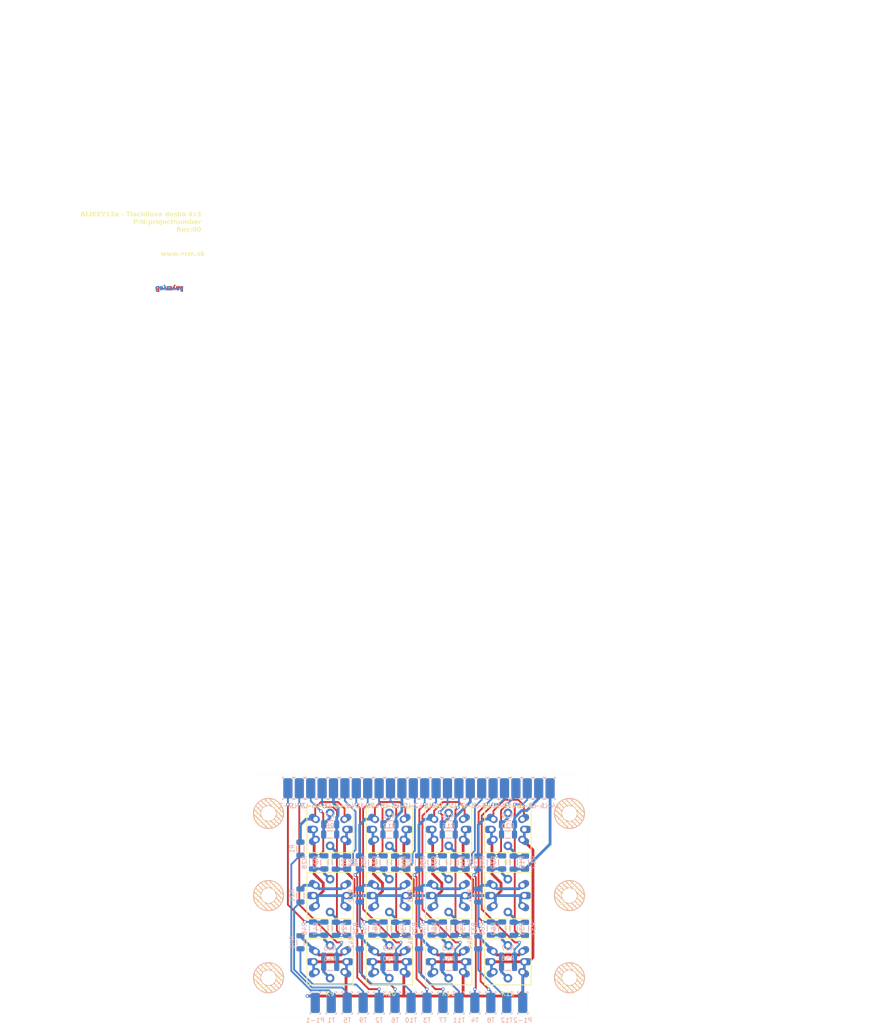
<source format=kicad_pcb>
(kicad_pcb (version 20240108) (generator "pcbnew") (generator_version "8.0")
  (title_block (title "ALIKEY12a - Tlacidlova doska 4x3") (date "2024-10-24") (rev "00") (company "Z Elektrik, s.r.o.") (comment 1 "Janis Peter") (comment 2 "www.zelektrik.sk") (comment 3 "projectnumber") (comment 4 "c4") (comment 5 "c5") (comment 6 "c6") (comment 7 "c7") (comment 8 "c8") (comment 9 "c9"))
  (layers (0 "F.Cu" signal) (31 "B.Cu" signal) (34 "B.Paste" user) (35 "F.Paste" user) (36 "B.SilkS" user "B.Silkscreen") (37 "F.SilkS" user "F.Silkscreen") (38 "B.Mask" user) (39 "F.Mask" user) (44 "Edge.Cuts" user))
  (net 0 "")
  (net 1 "Net-(K1-PadA1)")
  (net 2 "Net-(K1-Pad3)")
  (net 3 "GND_Bar")
  (net 4 "Net-(K1-PadA2)")
  (net 5 "Net-(K2-Pad3)")
  (net 6 "Net-(K2-PadA2)")
  (net 7 "Net-(K2-PadA1)")
  (net 8 "Net-(K3-PadA2)")
  (net 9 "Net-(K3-Pad3)")
  (net 10 "Net-(K3-PadA1)")
  (net 11 "Net-(K4-Pad3)")
  (net 12 "Net-(K4-PadA1)")
  (net 13 "Net-(K4-PadA2)")
  (net 14 "Net-(K5-Pad3)")
  (net 15 "Net-(K5-PadA2)")
  (net 16 "Net-(K5-PadA1)")
  (net 17 "Net-(K6-Pad3)")
  (net 18 "Net-(K6-PadA2)")
  (net 19 "Net-(K6-PadA1)")
  (net 20 "Net-(K7-PadA1)")
  (net 21 "Net-(K7-PadA2)")
  (net 22 "Net-(K7-Pad3)")
  (net 23 "Net-(K8-Pad3)")
  (net 24 "Net-(K8-PadA2)")
  (net 25 "Net-(K8-PadA1)")
  (net 26 "Net-(K9-Pad3)")
  (net 27 "Net-(K9-PadA2)")
  (net 28 "Net-(K9-PadA1)")
  (net 29 "Net-(K10-PadA1)")
  (net 30 "Net-(K10-Pad3)")
  (net 31 "Net-(K10-PadA2)")
  (net 32 "Net-(K11-PadA1)")
  (net 33 "Net-(K11-Pad3)")
  (net 34 "Net-(K11-PadA2)")
  (net 35 "Net-(K12-PadA1)")
  (net 36 "Net-(K12-PadA2)")
  (net 37 "Net-(K12-Pad3)")
  (net 38 "Net-(L1-1-Pad1)")
  (net 39 "Net-(L1-2-Pad1)")
  (net 40 "Net-(L2-1-Pad1)")
  (net 41 "Net-(L2-2-Pad1)")
  (net 42 "Net-(L3-1-Pad1)")
  (net 43 "Net-(L3-2-Pad1)")
  (net 44 "Net-(L4-1-Pad1)")
  (net 45 "Net-(L4-2-Pad1)")
  (net 46 "Net-(L5-1-Pad1)")
  (net 47 "Net-(L5-2-Pad1)")
  (net 48 "Net-(L6-1-Pad1)")
  (net 49 "Net-(L6-2-Pad1)")
  (net 50 "Net-(L7-1-Pad1)")
  (net 51 "Net-(L7-2-Pad1)")
  (net 52 "Net-(L8-1-Pad1)")
  (net 53 "Net-(L8-2-Pad1)")
  (net 54 "Net-(L9-1-Pad1)")
  (net 55 "Net-(L9-2-Pad1)")
  (net 56 "Net-(L10-1-Pad1)")
  (net 57 "Net-(L10-2-Pad1)")
  (net 58 "Net-(L11-1-Pad1)")
  (net 59 "Net-(L11-2-Pad1)")
  (net 60 "Net-(L12-1-Pad1)")
  (net 61 "Net-(L12-2-Pad1)")
  (net 62 "Net-(R1-Pad2)")
  (net 63 "Net-(R2-Pad2)")
  (net 64 "Net-(R3-Pad2)")
  (net 65 "Net-(R4-Pad2)")
  (net 66 "Net-(R21-Pad2)")
  (net 67 "Net-(R22-Pad2)")
  (net 68 "Net-(R23-Pad2)")
  (net 69 "Net-(R24-Pad2)")
  (net 70 "Net-(R41-Pad2)")
  (net 71 "Net-(R42-Pad2)")
  (net 72 "Net-(R43-Pad2)")
  (net 73 "Net-(R44-Pad2)")
  (footprint "THD_Switch_Omron:B3W-900x-x2xN_Omron" (layer "F.Cu") (at 85.41 70.504999)
    (property "Reference" "K5")
    (property "Value" "B3W-9000-RG2C")
  )
  (footprint "THD_Mechanical_Generic:MountingHole_3.2mm_M3" (layer "F.Cu") (at 71.91 52.504999)
    (property "Reference" "REF**" (hide yes))
    (property "Value" "MountingHole_3.2mm_M3" (hide yes))
  )
  (footprint "THD_Switch_Omron:B3W-900x-x2xN_Omron" (layer "F.Cu") (at 111.41 85.004999)
    (property "Reference" "K11")
    (property "Value" "B3W-9000-RG2C")
  )
  (footprint "THD_Switch_Omron:B3W-900x-x2xN_Omron" (layer "F.Cu") (at 111.41 56.004999)
    (property "Reference" "K3")
    (property "Value" "B3W-9000-RG2C")
  )
  (footprint "THD_Mechanical_Generic:MountingHole_3.2mm_M3" (layer "F.Cu") (at 71.91 70.504999)
    (property "Reference" "REF**" (hide yes))
    (property "Value" "MountingHole_3.2mm_M3" (hide yes))
  )
  (footprint "THD_Switch_Omron:B3W-900x-x2xN_Omron" (layer "F.Cu") (at 111.41 70.504999)
    (property "Reference" "K7")
    (property "Value" "B3W-9000-RG2C")
  )
  (footprint "THD_Mechanical_Generic:MountingHole_3.2mm_M3" (layer "F.Cu") (at 137.91 70.504999)
    (property "Reference" "REF**" (hide yes))
    (property "Value" "MountingHole_3.2mm_M3" (hide yes))
  )
  (footprint "THD_Mechanical_Generic:MountingHole_3.2mm_M3" (layer "F.Cu") (at 71.91 88.504999)
    (property "Reference" "REF**" (hide yes))
    (property "Value" "MountingHole_3.2mm_M3" (hide yes))
  )
  (footprint "THD_Mechanical_Generic:MountingHole_3.2mm_M3" (layer "F.Cu") (at 137.91 88.504999)
    (property "Reference" "REF**" (hide yes))
    (property "Value" "MountingHole_3.2mm_M3" (hide yes))
  )
  (footprint "THD_Switch_Omron:B3W-900x-x2xN_Omron" (layer "F.Cu") (at 124.41 56.004999)
    (property "Reference" "K4")
    (property "Value" "B3W-9000-RG2C")
  )
  (footprint "THD_Switch_Omron:B3W-900x-x2xN_Omron" (layer "F.Cu") (at 98.41 56.004999)
    (property "Reference" "K2")
    (property "Value" "B3W-9000-RG2C")
  )
  (footprint "THD_Mechanical_Generic:MountingHole_3.2mm_M3" (layer "F.Cu") (at 137.91 52.504999)
    (property "Reference" "REF**" (hide yes))
    (property "Value" "MountingHole_3.2mm_M3" (hide yes))
  )
  (footprint "THD_Switch_Omron:B3W-900x-x2xN_Omron" (layer "F.Cu") (at 124.41 85.004999)
    (property "Reference" "K12")
    (property "Value" "B3W-9000-RG2C")
  )
  (footprint "THD_Switch_Omron:B3W-900x-x2xN_Omron" (layer "F.Cu") (at 98.41 70.504999)
    (property "Reference" "K6")
    (property "Value" "B3W-9000-RG2C")
  )
  (footprint "THD_Switch_Omron:B3W-900x-x2xN_Omron" (layer "F.Cu") (at 124.41 70.504999)
    (property "Reference" "K8")
    (property "Value" "B3W-9000-RG2C")
  )
  (footprint "THD_Switch_Omron:B3W-900x-x2xN_Omron" (layer "F.Cu") (at 85.41 85.004999)
    (property "Reference" "K9")
    (property "Value" "B3W-9000-RG2C")
  )
  (footprint "THD_Switch_Omron:B3W-900x-x2xN_Omron" (layer "F.Cu") (at 98.41 85.004999)
    (property "Reference" "K10")
    (property "Value" "B3W-9000-RG2C")
  )
  (footprint "THD_Switch_Omron:B3W-900x-x2xN_Omron" (layer "F.Cu") (at 85.41 56.004999)
    (property "Reference" "K1")
    (property "Value" "B3W-9000-RG2C")
  )
  (footprint "SMD_Resistor_Generic:RESC3116X65N_1206" (layer "B.Cu") (at 120.66 63.254999 -90)
    (property "Reference" "R40")
    (property "Value" "2k2")
  )
  (footprint "SMD_PAD_Generic:SMD_PAD_R200_445R50" (layer "B.Cu") (at 93.66 47.004999 180)
    (property "Reference" "L10-1")
    (property "Value" "TestPoint")
  )
  (footprint "SMD_Resistor_Generic:RESC3116X65N_1206" (layer "B.Cu") (at 78.91 80.754999 -90)
    (property "Reference" "R41")
    (property "Value" "2k2")
  )
  (footprint "SMD_PAD_Generic:SMD_PAD_R200_445R50" (layer "B.Cu") (at 98.66 47.004999 180)
    (property "Reference" "L6-1")
    (property "Value" "TestPoint")
  )
  (footprint "SMD_Resistor_Generic:RESC3116X65N_1206" (layer "B.Cu") (at 124.41 54.879999 180)
    (property "Reference" "R19")
    (property "Value" "2k2")
  )
  (footprint "SMD_PAD_Generic:SMD_PAD_R200_445R50" (layer "B.Cu") (at 82.16 94.004999 180)
    (property "Reference" "P1-1")
    (property "Value" "TestPoint")
  )
  (footprint "SMD_Resistor_Generic:RESC3116X65N_1206" (layer "B.Cu") (at 81.66 63.254999 -90)
    (property "Reference" "R28")
    (property "Value" "2k2")
  )
  (footprint "SMD_Resistor_Generic:RESC3116X65N_1206" (layer "B.Cu") (at 98.41 57.129999 180)
    (property "Reference" "R12")
    (property "Value" "2k2")
  )
  (footprint "SMD_PAD_Generic:SMD_PAD_R200_445R50" (layer "B.Cu") (at 117.16 94.004999 180)
    (property "Reference" "T4")
    (property "Value" "TestPoint")
  )
  (footprint "SMD_PAD_Generic:SMD_PAD_R200_445R50" (layer "B.Cu") (at 99.66 94.004999 180)
    (property "Reference" "T6")
    (property "Value" "TestPoint")
  )
  (footprint "SMD_Resistor_Generic:RESC3116X65N_1206" (layer "B.Cu") (at 94.66 77.754999 -90)
    (property "Reference" "R52")
    (property "Value" "2k2")
  )
  (footprint "SMD_PAD_Generic:SMD_PAD_R200_445R50" (layer "B.Cu") (at 96.16 47.004999 180)
    (property "Reference" "L6-2")
    (property "Value" "TestPoint")
  )
  (footprint "SMD_PAD_Generic:SMD_PAD_R200_445R50" (layer "B.Cu") (at 89.16 94.004999 180)
    (property "Reference" "T5")
    (property "Value" "TestPoint")
  )
  (footprint "SMD_Resistor_Generic:RESC3116X65N_1206" (layer "B.Cu") (at 89.16 63.254999 90)
    (property "Reference" "R5")
    (property "Value" "2k2")
  )
  (footprint "SMD_Resistor_Generic:RESC3116X65N_1206" (layer "B.Cu") (at 120.66 77.754999 -90)
    (property "Reference" "R60")
    (property "Value" "2k2")
  )
  (footprint "SMD_PAD_Generic:SMD_PAD_R200_445R50" (layer "B.Cu") (at 96.16 94.004999 180)
    (property "Reference" "T2")
    (property "Value" "TestPoint")
  )
  (footprint "SMD_PAD_Generic:SMD_PAD_R200_445R50" (layer "B.Cu") (at 124.16 94.004999 180)
    (property "Reference" "T12")
    (property "Value" "TestPoint")
  )
  (footprint "SMD_Resistor_Generic:RESC3116X65N_1206" (layer "B.Cu") (at 102.16 63.254999 90)
    (property "Reference" "R9")
    (property "Value" "2k2")
  )
  (footprint "SMD_Resistor_Generic:RESC3116X65N_1206" (layer "B.Cu") (at 97.16 77.754999 -90)
    (property "Reference" "R51")
    (property "Value" "2k2")
  )
  (footprint "SMD_Resistor_Generic:RESC3116X65N_1206" (layer "B.Cu") (at 81.66 77.754999 -90)
    (property "Reference" "R48")
    (property "Value" "2k2")
  )
  (footprint "SMD_PAD_Generic:SMD_PAD_R200_445R50" (layer "B.Cu") (at 92.66 94.004999 180)
    (property "Reference" "T9")
    (property "Value" "TestPoint")
  )
  (footprint "SMD_PAD_Generic:SMD_PAD_R200_445R50" (layer "B.Cu") (at 111.16 47.004999 180)
    (property "Reference" "L7-2")
    (property "Value" "TestPoint")
  )
  (footprint "SMD_PAD_Generic:SMD_PAD_R200_445R50" (layer "B.Cu") (at 106.66 94.004999 180)
    (property "Reference" "T3")
    (property "Value" "TestPoint")
  )
  (footprint "SMD_PAD_Generic:SMD_PAD_R200_445R50" (layer "B.Cu") (at 131.16 47.004999 180)
    (property "Reference" "L4-2")
    (property "Value" "TestPoint")
  )
  (footprint "SMD_PAD_Generic:SMD_PAD_R200_445R50" (layer "B.Cu") (at 116.16 47.004999 180)
    (property "Reference" "L3-2")
    (property "Value" "TestPoint")
  )
  (footprint "SMD_Resistor_Generic:RESC3116X65N_1206" (layer "B.Cu") (at 84.16 63.254999 -90)
    (property "Reference" "R27")
    (property "Value" "2k2")
  )
  (footprint "SMD_PAD_Generic:SMD_PAD_R200_445R50" (layer "B.Cu") (at 128.66 47.004999 180)
    (property "Reference" "L8-1")
    (property "Value" "TestPoint")
  )
  (footprint "SMD_Resistor_Generic:RESC3116X65N_1206" (layer "B.Cu") (at 78.91 60.254999 -90)
    (property "Reference" "R1")
    (property "Value" "2k2")
  )
  (footprint "SMD_Resistor_Generic:RESC3116X65N_1206" (layer "B.Cu") (at 104.91 63.254999 -90)
    (property "Reference" "R3")
    (property "Value" "2k2")
  )
  (footprint "SMD_PAD_Generic:SMD_PAD_R200_445R50" (layer "B.Cu") (at 113.66 94.004999 180)
    (property "Reference" "T11")
    (property "Value" "TestPoint")
  )
  (footprint "SMD_Resistor_Generic:RESC3116X65N_1206" (layer "B.Cu") (at 102.16 77.754999 90)
    (property "Reference" "R29")
    (property "Value" "2k2")
  )
  (footprint "SMD_Resistor_Generic:RESC3116X65N_1206" (layer "B.Cu") (at 111.41 54.879999 180)
    (property "Reference" "R16")
    (property "Value" "2k2")
  )
  (footprint "SMD_PAD_Generic:SMD_PAD_R200_445R50" (layer "B.Cu") (at 101.16 47.004999 180)
    (property "Reference" "L2-2")
    (property "Value" "TestPoint")
  )
  (footprint "SMD_Resistor_Generic:RESC3116X65N_1206" (layer "B.Cu") (at 85.41 54.879999 180)
    (property "Reference" "R7")
    (property "Value" "2k2")
  )
  (footprint "SMD_PAD_Generic:SMD_PAD_R200_445R50" (layer "B.Cu") (at 83.66 47.004999 180)
    (property "Reference" "L5-1")
    (property "Value" "TestPoint")
  )
  (footprint "SMD_PAD_Generic:SMD_PAD_R200_445R50" (layer "B.Cu") (at 76.16 47.004999 180)
    (property "Reference" "L9-2")
    (property "Value" "TestPoint")
  )
  (footprint "SMD_Resistor_Generic:RESC3116X65N_1206" (layer "B.Cu") (at 98.41 54.879999 180)
    (property "Reference" "R11")
    (property "Value" "2k2")
  )
  (footprint "SMD_Resistor_Generic:RESC3116X65N_1206" (layer "B.Cu") (at 86.66 63.254999 90)
    (property "Reference" "R6")
    (property "Value" "2k2")
  )
  (footprint "SMD_PAD_Generic:SMD_PAD_R200_445R50" (layer "B.Cu") (at 103.66 47.004999 180)
    (property "Reference" "L2-1")
    (property "Value" "TestPoint")
  )
  (footprint "SMD_PAD_Generic:SMD_PAD_R200_445R50" (layer "B.Cu") (at 118.66 47.004999 180)
    (property "Reference" "L3-1")
    (property "Value" "TestPoint")
  )
  (footprint "SMD_Resistor_Generic:RESC3116X65N_1206" (layer "B.Cu") (at 110.16 63.254999 -90)
    (property "Reference" "R35")
    (property "Value" "2k2")
  )
  (footprint "SMD_Resistor_Generic:RESC3116X65N_1206" (layer "B.Cu") (at 98.41 83.879999 180)
    (property "Reference" "R49")
    (property "Value" "2k2")
  )
  (footprint "SMD_Resistor_Generic:RESC3116X65N_1206" (layer "B.Cu") (at 91.91 80.754999 -90)
    (property "Reference" "R42")
    (property "Value" "2k2")
  )
  (footprint "SMD_PAD_Generic:SMD_PAD_R200_445R50" (layer "B.Cu") (at 78.66 47.004999 180)
    (property "Reference" "L9-1")
    (property "Value" "TestPoint")
  )
  (footprint "SMD_Resistor_Generic:RESC3116X65N_1206" (layer "B.Cu") (at 117.91 63.254999 -90)
    (property "Reference" "R4")
    (property "Value" "2k2")
  )
  (footprint "SMD_Resistor_Generic:RESC3116X65N_1206" (layer "B.Cu") (at 91.91 63.254999 -90)
    (property "Reference" "R2")
    (property "Value" "2k2")
  )
  (footprint "SMD_Resistor_Generic:RESC3116X65N_1206" (layer "B.Cu") (at 111.41 83.879999 180)
    (property "Reference" "R53")
    (property "Value" "2k2")
  )
  (footprint "SMD_Resistor_Generic:RESC3116X65N_1206" (layer "B.Cu") (at 125.66 77.754999 90)
    (property "Reference" "R38")
    (property "Value" "2k2")
  )
  (footprint "SMD_Resistor_Generic:RESC3116X65N_1206" (layer "B.Cu") (at 85.41 57.129999 180)
    (property "Reference" "R8")
    (property "Value" "2k2")
  )
  (footprint "SMD_Resistor_Generic:RESC3116X65N_1206" (layer "B.Cu") (at 89.16 77.754999 90)
    (property "Reference" "R25")
    (property "Value" "2k2")
  )
  (footprint "SMD_Resistor_Generic:RESC3116X65N_1206" (layer "B.Cu") (at 99.66 77.754999 90)
    (property "Reference" "R30")
    (property "Value" "2k2")
  )
  (footprint "SMD_Resistor_Generic:RESC3116X65N_1206" (layer "B.Cu") (at 123.16 77.754999 -90)
    (property "Reference" "R59")
    (property "Value" "2k2")
  )
  (footprint "SMD_PAD_Generic:SMD_PAD_R200_445R50" (layer "B.Cu") (at 110.16 94.004999 180)
    (property "Reference" "T7")
    (property "Value" "TestPoint")
  )
  (footprint "SMD_Resistor_Generic:RESC3116X65N_1206" (layer "B.Cu") (at 123.16 63.254999 -90)
    (property "Reference" "R39")
    (property "Value" "2k2")
  )
  (footprint "SMD_PAD_Generic:SMD_PAD_R200_445R50" (layer "B.Cu") (at 113.66 47.004999 180)
    (property "Reference" "L7-1")
    (property "Value" "TestPoint")
  )
  (footprint "SMD_Resistor_Generic:RESC3116X65N_1206" (layer "B.Cu") (at 115.16 63.254999 90)
    (property "Reference" "R13")
    (property "Value" "2k2")
  )
  (footprint "SMD_PAD_Generic:SMD_PAD_R200_445R50" (layer "B.Cu") (at 88.66 47.004999 180)
    (property "Reference" "L1-1")
    (property "Value" "TestPoint")
  )
  (footprint "SMD_Resistor_Generic:RESC3116X65N_1206" (layer "B.Cu") (at 125.66 63.254999 90)
    (property "Reference" "R18")
    (property "Value" "2k2")
  )
  (footprint "SMD_Resistor_Generic:RESC3116X65N_1206" (layer "B.Cu") (at 115.16 77.754999 90)
    (property "Reference" "R33")
    (property "Value" "2k2")
  )
  (footprint "SMD_Resistor_Generic:RESC3116X65N_1206" (layer "B.Cu") (at 128.16 77.754999 90)
    (property "Reference" "R37")
    (property "Value" "2k2")
  )
  (footprint "SMD_Resistor_Generic:RESC3116X65N_1206" (layer "B.Cu") (at 104.91 80.754999 -90)
    (property "Reference" "R43")
    (property "Value" "2k2")
  )
  (footprint "SMD_Resistor_Generic:RESC3116X65N_1206" (layer "B.Cu") (at 117.91 70.504999 -90)
    (property "Reference" "R24")
    (property "Value" "2k2")
  )
  (footprint "SMD_PAD_Generic:SMD_PAD_R200_445R50" (layer "B.Cu") (at 81.16 47.004999 180)
    (property "Reference" "L5-2")
    (property "Value" "TestPoint")
  )
  (footprint "SMD_Resistor_Generic:RESC3116X65N_1206" (layer "B.Cu") (at 110.16 77.754999 -90)
    (property "Reference" "R55")
    (property "Value" "2k2")
  )
  (footprint "SMD_Resistor_Generic:RESC3116X65N_1206" (layer "B.Cu") (at 124.41 57.129999 180)
    (property "Reference" "R20")
    (property "Value" "2k2")
  )
  (footprint "SMD_Resistor_Generic:RESC3116X65N_1206" (layer "B.Cu") (at 84.16 77.754999 -90)
    (property "Reference" "R47")
    (property "Value" "2k2")
  )
  (footprint "SMD_PAD_Generic:SMD_PAD_R200_445R50" (layer "B.Cu") (at 120.66 94.004999 180)
    (property "Reference" "T8")
    (property "Value" "TestPoint")
  )
  (footprint "SMD_Resistor_Generic:RESC3116X65N_1206" (layer "B.Cu") (at 124.41 86.129999 180)
    (property "Reference" "R58")
    (property "Value" "2k2")
  )
  (footprint "SMD_PAD_Generic:SMD_PAD_R200_445R50" (layer "B.Cu") (at 127.66 94.004999 180)
    (property "Reference" "P1-2")
    (property "Value" "TestPoint")
  )
  (footprint "SMD_PAD_Generic:SMD_PAD_R200_445R50" (layer "B.Cu") (at 85.66 94.004999 180)
    (property "Reference" "T1")
    (property "Value" "TestPoint")
  )
  (footprint "SMD_Resistor_Generic:RESC3116X65N_1206" (layer "B.Cu") (at 124.41 83.879999 180)
    (property "Reference" "R57")
    (property "Value" "2k2")
  )
  (footprint "SMD_Resistor_Generic:RESC3116X65N_1206" (layer "B.Cu") (at 85.41 86.129999 180)
    (property "Reference" "R46")
    (property "Value" "2k2")
  )
  (footprint "SMD_Resistor_Generic:RESC3116X65N_1206" (layer "B.Cu") (at 99.66 63.254999 90)
    (property "Reference" "R10")
    (property "Value" "2k2")
  )
  (footprint "SMD_Resistor_Generic:RESC3116X65N_1206" (layer "B.Cu") (at 97.16 63.254999 -90)
    (property "Reference" "R31")
    (property "Value" "2k2")
  )
  (footprint "SMD_PAD_Generic:SMD_PAD_R200_445R50" (layer "B.Cu") (at 126.16 47.004999 180)
    (property "Reference" "L8-2")
    (property "Value" "TestPoint")
  )
  (footprint "SMD_Resistor_Generic:RESC3116X65N_1206" (layer "B.Cu") (at 91.91 70.504999 -90)
    (property "Reference" "R22")
    (property "Value" "2k2")
  )
  (footprint "SMD_Resistor_Generic:RESC3116X65N_1206" (layer "B.Cu") (at 85.41 83.879999 180)
    (property "Reference" "R45")
    (property "Value" "2k2")
  )
  (footprint "SMD_Resistor_Generic:RESC3116X65N_1206" (layer "B.Cu") (at 111.41 57.129999 180)
    (property "Reference" "R15")
    (property "Value" "2k2")
  )
  (footprint "SMD_Resistor_Generic:RESC3116X65N_1206" (layer "B.Cu") (at 98.41 86.129999 180)
    (property "Reference" "R50")
    (property "Value" "2k2")
  )
  (footprint "SMD_Resistor_Generic:RESC3116X65N_1206" (layer "B.Cu") (at 94.66 63.254999 -90)
    (property "Reference" "R32")
    (property "Value" "2k2")
  )
  (footprint "SMD_PAD_Generic:SMD_PAD_R200_445R50" (layer "B.Cu") (at 133.66 47.004999 180)
    (property "Reference" "L4-1")
    (property "Value" "TestPoint")
  )
  (footprint "SMD_PAD_Generic:SMD_PAD_R200_445R50" (layer "B.Cu") (at 86.16 47.004999 180)
    (property "Reference" "L1-2")
    (property "Value" "TestPoint")
  )
  (footprint "SMD_Resistor_Generic:RESC3116X65N_1206" (layer "B.Cu") (at 86.66 77.754999 90)
    (property "Reference" "R26")
    (property "Value" "2k2")
  )
  (footprint "SMD_PAD_Generic:SMD_PAD_R200_445R50" (layer "B.Cu") (at 91.16 47.004999 180)
    (property "Reference" "L10-2")
    (property "Value" "TestPoint")
  )
  (footprint "SMD_Resistor_Generic:RESC3116X65N_1206" (layer "B.Cu") (at 112.66 77.754999 90)
    (property "Reference" "R34")
    (property "Value" "2k2")
  )
  (footprint "SMD_PAD_Generic:SMD_PAD_R200_445R50" (layer "B.Cu") (at 121.16 47.004999 180)
    (property "Reference" "L12-2")
    (property "Value" "TestPoint")
  )
  (footprint "SMD_PAD_Generic:SMD_PAD_R200_445R50" (layer "B.Cu") (at 103.16 94.004999 180)
    (property "Reference" "T10")
    (property "Value" "TestPoint")
  )
  (footprint "SMD_Resistor_Generic:RESC3116X65N_1206" (layer "B.Cu") (at 107.66 63.254999 -90)
    (property "Reference" "R36")
    (property "Value" "2k2")
  )
  (footprint "SMD_Resistor_Generic:RESC3116X65N_1206" (layer "B.Cu") (at 112.66 63.254999 90)
    (property "Reference" "R14")
    (property "Value" "2k2")
  )
  (footprint "SMD_Resistor_Generic:RESC3116X65N_1206" (layer "B.Cu") (at 104.91 70.504999 -90)
    (property "Reference" "R23")
    (property "Value" "2k2")
  )
  (footprint "SMD_Resistor_Generic:RESC3116X65N_1206" (layer "B.Cu") (at 117.91 80.754999 -90)
    (property "Reference" "R44")
    (property "Value" "2k2")
  )
  (footprint "SMD_Resistor_Generic:RESC3116X65N_1206" (layer "B.Cu") (at 111.41 86.129999 180)
    (property "Reference" "R54")
    (property "Value" "2k2")
  )
  (footprint "SMD_PAD_Generic:SMD_PAD_R200_445R50" (layer "B.Cu") (at 106.16 47.004999 180)
    (property "Reference" "L11-2")
    (property "Value" "TestPoint")
  )
  (footprint "SMD_Resistor_Generic:RESC3116X65N_1206" (layer "B.Cu") (at 128.16 63.254999 90)
    (property "Reference" "R17")
    (property "Value" "2k2")
  )
  (footprint "SMD_PAD_Generic:SMD_PAD_R200_445R50" (layer "B.Cu") (at 123.66 47.004999 180)
    (property "Reference" "L12-1")
    (property "Value" "TestPoint")
  )
  (footprint "SMD_Resistor_Generic:RESC3116X65N_1206" (layer "B.Cu") (at 107.66 77.754999 -90)
    (property "Reference" "R56")
    (property "Value" "2k2")
  )
  (footprint "SMD_PAD_Generic:SMD_PAD_R200_445R50" (layer "B.Cu") (at 108.66 47.004999 180)
    (property "Reference" "L11-1")
    (property "Value" "TestPoint")
  )
  (footprint "SMD_Resistor_Generic:RESC3116X65N_1206" (layer "B.Cu") (at 78.91 70.504999 -90)
    (property "Reference" "R21")
    (property "Value" "2k2")
  )
  (gr_arc (start 141.91 95.004999) (mid 141.324214 96.419213) (end 139.91 97.004999) (stroke (width 0.01)) (layer "Edge.Cuts"))
  (gr_line (start 67.91 46.004999) (end 67.91 95.004999) (stroke (width 0.01)) (layer "Edge.Cuts"))
  (gr_line (start 139.91 44.004999) (end 69.91 44.004999) (stroke (width 0.01)) (layer "Edge.Cuts"))
  (gr_arc (start 69.91 97.004999) (mid 68.495787 96.419213) (end 67.91 95.004999) (stroke (width 0.01)) (layer "Edge.Cuts"))
  (gr_arc (start 139.91 44.004999) (mid 141.324214 44.590785) (end 141.91 46.004999) (stroke (width 0.01)) (layer "Edge.Cuts"))
  (gr_line (start 141.91 95.004999) (end 141.91 46.004999) (stroke (width 0.01)) (layer "Edge.Cuts"))
  (gr_arc (start 67.91 46.004999) (mid 68.495787 44.590786) (end 69.91 44.004999) (stroke (width 0.01)) (layer "Edge.Cuts"))
  (gr_line (start 69.91 97.004999) (end 139.91 97.004999) (stroke (width 0.01)) (layer "Edge.Cuts"))
  (gr_text "Layer-B" (at 50.165 -62.44 180) (layer "F.Cu") (effects (font (size 1 1) (thickness 0.25) (bold yes))))
  (gr_text "Layer-A" (at 50.165 -62.44 180) (layer "B.Cu") (effects (font (size 1 1) (thickness 0.25) (bold yes)) (justify mirror)))
  (gr_text "www.vrm.sk" (at 48.26 -70.06 0) (layer "F.SilkS") (effects (font (size 1 1) (thickness 0.25) (bold yes)) (justify left)))
  (gr_text "${TITLE}\nP/N:${COMMENT3}\nRev:${REVISION}" (at 57.15 -77.045 0) (layer "F.SilkS") (effects (font (size 1 1) (thickness 0.25) (bold yes)) (justify right)))
  (segment (start 84.01 54.879999) (end 85.41 53.479999) (width 0.6096) (layer "B.Cu") (net 1))
  (segment (start 84.01 57.129999) (end 84.01 54.879999) (width 0.6096) (layer "B.Cu") (net 1))
  (segment (start 85.41 53.479999) (end 85.41 52.404999) (width 0.6096) (layer "B.Cu") (net 1))
  (segment (start 82.235 53.754999) (end 82.148 53.667999) (width 0.4064) (layer "F.Cu") (net 2))
  (segment (start 82.148 51.254999) (end 83.398 50.004999) (width 0.4064) (layer "F.Cu") (net 2))
  (segment (start 87.16 50.004999) (end 88.585 51.429999) (width 0.4064) (layer "F.Cu") (net 2))
  (segment (start 83.398 50.004999) (end 87.16 50.004999) (width 0.4064) (layer "F.Cu") (net 2))
  (segment (start 88.585 51.429999) (end 88.585 53.754999) (width 0.4064) (layer "F.Cu") (net 2))
  (segment (start 82.148 53.667999) (end 82.148 51.254999) (width 0.4064) (layer "F.Cu") (net 2))
  (segment (start 78.91 55.004999) (end 80.16 53.754999) (width 0.6096) (layer "B.Cu") (net 2))
  (segment (start 78.91 58.804999) (end 78.91 55.004999) (width 0.6096) (layer "B.Cu") (net 2))
  (segment (start 80.16 53.754999) (end 82.235 53.754999) (width 0.6096) (layer "B.Cu") (net 2))
  (segment (start 94.81 85.004999) (end 102.01 85.004999) (width 0.6096) (layer "F.Cu") (net 3))
  (segment (start 127.585 58.254999) (end 127.66 58.254999) (width 0.6096) (layer "F.Cu") (net 3))
  (segment (start 88.91 87.579999) (end 88.585 87.254999) (width 0.6096) (layer "F.Cu") (net 3))
  (segment (start 116.66 67.004999) (end 116.66 69.754999) (width 0.6096) (layer "F.Cu") (net 3))
  (segment (start 114.585 58.254999) (end 114.585 64.929999) (width 0.6096) (layer "F.Cu") (net 3))
  (segment (start 89.91 70.504999) (end 89.01 70.504999) (width 0.6096) (layer "F.Cu") (net 3))
  (segment (start 90.16 92.504999) (end 80.41 92.504999) (width 0.6096) (layer "F.Cu") (net 3))
  (segment (start 82.91 70.504999) (end 81.81 70.504999) (width 0.6096) (layer "F.Cu") (net 3))
  (segment (start 127.66 87.329999) (end 127.585 87.254999) (width 0.6096) (layer "F.Cu") (net 3))
  (segment (start 83.91 67.754999) (end 83.91 69.504999) (width 0.6096) (layer "F.Cu") (net 3))
  (segment (start 114.585 92.429999) (end 114.66 92.504999) (width 0.6096) (layer "F.Cu") (net 3))
  (segment (start 129.91 84.054999) (end 128.96 85.004999) (width 0.6096) (layer "F.Cu") (net 3))
  (segment (start 96.91 69.504999) (end 95.91 70.504999) (width 0.6096) (layer "F.Cu") (net 3))
  (segment (start 109.91 69.504999) (end 108.91 70.504999) (width 0.6096) (layer "F.Cu") (net 3))
  (segment (start 122.91 67.754999) (end 122.91 69.504999) (width 0.6096) (layer "F.Cu") (net 3))
  (segment (start 120.91 58.579999) (end 120.91 65.754999) (width 0.6096) (layer "F.Cu") (net 3))
  (segment (start 101.585 92.329999) (end 101.41 92.504999) (width 0.6096) (layer "F.Cu") (net 3))
  (segment (start 127.66 58.254999) (end 129.91 60.504999) (width 0.6096) (layer "F.Cu") (net 3))
  (segment (start 94.91 58.579999) (end 94.91 65.754999) (width 0.6096) (layer "F.Cu") (net 3))
  (segment (start 102.91 70.504999) (end 102.01 70.504999) (width 0.6096) (layer "F.Cu") (net 3))
  (segment (start 121.91 70.504999) (end 120.81 70.504999) (width 0.6096) (layer "F.Cu") (net 3))
  (segment (start 126.66 92.504999) (end 127.66 91.504999) (width 0.6096) (layer "F.Cu") (net 3))
  (segment (start 103.66 69.754999) (end 102.91 70.504999) (width 0.6096) (layer "F.Cu") (net 3))
  (segment (start 81.66 87.829999) (end 82.235 87.254999) (width 0.6096) (layer "F.Cu") (net 3))
  (segment (start 83.91 69.504999) (end 82.91 70.504999) (width 0.6096) (layer "F.Cu") (net 3))
  (segment (start 122.91 69.504999) (end 121.91 70.504999) (width 0.6096) (layer "F.Cu") (net 3))
  (segment (start 101.41 92.504999) (end 90.16 92.504999) (width 0.6096) (layer "F.Cu") (net 3))
  (segment (start 115.91 70.504999) (end 115.01 70.504999) (width 0.6096) (layer "F.Cu") (net 3))
  (segment (start 114.585 87.254999) (end 114.585 92.429999) (width 0.6096) (layer "F.Cu") (net 3))
  (segment (start 114.585 64.929999) (end 116.66 67.004999) (width 0.6096) (layer "F.Cu") (net 3))
  (segment (start 107.81 85.004999) (end 115.01 85.004999) (width 0.6096) (layer "F.Cu") (net 3))
  (segment (start 107.91 65.754999) (end 109.91 67.754999) (width 0.6096) (layer "F.Cu") (net 3))
  (segment (start 114.66 92.504999) (end 126.66 92.504999) (width 0.6096) (layer "F.Cu") (net 3))
  (segment (start 108.235 58.254999) (end 107.91 58.579999) (width 0.6096) (layer "F.Cu") (net 3))
  (segment (start 107.91 58.579999) (end 107.91 65.754999) (width 0.6096) (layer "F.Cu") (net 3))
  (segment (start 101.585 64.937564) (end 103.66 67.012564) (width 0.6096) (layer "F.Cu") (net 3))
  (segment (start 88.91 92.504999) (end 88.91 87.579999) (width 0.6096) (layer "F.Cu") (net 3))
  (segment (start 120.91 65.754999) (end 122.91 67.754999) (width 0.6096) (layer "F.Cu") (net 3))
  (segment (start 101.585 58.254999) (end 101.585 64.937564) (width 0.6096) (layer "F.Cu") (net 3))
  (segment (start 88.585 58.254999) (end 88.585 64.929999) (width 0.6096) (layer "F.Cu") (net 3))
  (segment (start 96.91 67.754999) (end 96.91 69.504999) (width 0.6096) (layer "F.Cu") (net 3))
  (segment (start 109.91 67.754999) (end 109.91 69.504999) (width 0.6096) (layer "F.Cu") (net 3))
  (segment (start 82.235 58.254999) (end 81.91 58.579999) (width 0.6096) (layer "F.Cu") (net 3))
  (segment (start 95.235 58.254999) (end 94.91 58.579999) (width 0.6096) (layer "F.Cu") (net 3))
  (segment (start 90.66 67.004999) (end 90.66 69.754999) (width 0.6096) (layer "F.Cu") (net 3))
  (segment (start 108.91 70.504999) (end 107.81 70.504999) (width 0.6096) (layer "F.Cu") (net 3))
  (segment (start 101.585 87.254999) (end 101.585 92.329999) (width 0.6096) (layer "F.Cu") (net 3))
  (segment (start 95.91 70.504999) (end 94.81 70.504999) (width 0.6096) (layer "F.Cu") (net 3))
  (segment (start 127.66 91.504999) (end 127.66 87.329999) (width 0.6096) (layer "F.Cu") (net 3))
  (segment (start 90.16 92.504999) (end 88.91 92.504999) (width 0.6096) (layer "F.Cu") (net 3))
  (segment (start 116.66 69.754999) (end 115.91 70.504999) (width 0.6096) (layer "F.Cu") (net 3))
  (segment (start 129.91 60.504999) (end 129.91 70.504999) (width 0.6096) (layer "F.Cu") (net 3))
  (segment (start 94.91 65.754999) (end 96.91 67.754999) (width 0.6096) (layer "F.Cu") (net 3))
  (segment (start 128.01 70.504999) (end 129.91 70.504999) (width 0.6096) (layer "F.Cu") (net 3))
  (segment (start 129.91 70.504999) (end 129.91 84.054999) (width 0.6096) (layer "F.Cu") (net 3))
  (segment (start 81.81 85.004999) (end 89.01 85.004999) (width 0.6096) (layer "F.Cu") (net 3))
  (segment (start 120.81 85.004999) (end 128.01 85.004999) (width 0.6096) (layer "F.Cu") (net 3))
  (segment (start 121.235 58.254999) (end 120.91 58.579999) (width 0.6096) (layer "F.Cu") (net 3))
  (segment (start 128.96 85.004999) (end 128.01 85.004999) (width 0.6096) (layer "F.Cu") (net 3))
  (segment (start 88.585 64.929999) (end 90.66 67.004999) (width 0.6096) (layer "F.Cu") (net 3))
  (segment (start 81.91 58.579999) (end 81.91 65.754999) (width 0.6096) (layer "F.Cu") (net 3))
  (segment (start 114.66 92.504999) (end 101.41 92.504999) (width 0.6096) (layer "F.Cu") (net 3))
  (segment (start 81.91 65.754999) (end 83.91 67.754999) (width 0.6096) (layer "F.Cu") (net 3))
  (segment (start 103.66 67.012564) (end 103.66 69.754999) (width 0.6096) (layer "F.Cu") (net 3))
  (segment (start 90.66 69.754999) (end 89.91 70.504999) (width 0.6096) (layer "F.Cu") (net 3))
  (via (at 80.41 92.504999) (size 0.7112) (drill 0.4064) (layers "F.Cu" "B.Cu") (net 3))
  (segment (start 115.01 86.829999) (end 114.585 87.254999) (width 0.6096) (layer "B.Cu") (net 3))
  (segment (start 120.81 70.504999) (end 121.66 70.504999) (width 0.6096) (layer "B.Cu") (net 3))
  (segment (start 88.16 72.754999) (end 88.16 70.504999) (width 0.6096) (layer "B.Cu") (net 3))
  (segment (start 127.66 87.329999) (end 127.585 87.254999) (width 0.6096) (layer "B.Cu") (net 3))
  (segment (start 82.16 94.004999) (end 82.16 92.504999) (width 0.6096) (layer "B.Cu") (net 3))
  (segment (start 102.01 57.829999) (end 102.01 56.004999) (width 0.6096) (layer "B.Cu") (net 3))
  (segment (start 82.235 72.754999) (end 82.66 72.754999) (width 0.6096) (layer "B.Cu") (net 3))
  (segment (start 108.66 70.504999) (end 114.16 70.504999) (width 0.6096) (layer "B.Cu") (net 3))
  (segment (start 128.01 57.829999) (end 128.01 56.004999) (width 0.6096) (layer "B.Cu") (net 3))
  (segment (start 82.66 72.754999) (end 82.66 70.504999) (width 0.6096) (layer "B.Cu") (net 3))
  (segment (start 128.01 85.004999) (end 128.01 86.829999) (width 0.6096) (layer "B.Cu") (net 3))
  (segment (start 114.585 72.754999) (end 114.16 72.754999) (width 0.6096) (layer "B.Cu") (net 3))
  (segment (start 82.16 92.504999) (end 80.41 92.504999) (width 0.6096) (layer "B.Cu") (net 3))
  (segment (start 121.235 72.754999) (end 121.66 72.754999) (width 0.6096) (layer "B.Cu") (net 3))
  (segment (start 121.235 58.254999) (end 120.81 57.829999) (width 0.6096) (layer "B.Cu") (net 3))
  (segment (start 101.585 58.254999) (end 102.01 57.829999) (width 0.6096) (layer "B.Cu") (net 3))
  (segment (start 95.66 70.504999) (end 101.16 70.504999) (width 0.6096) (layer "B.Cu") (net 3))
  (segment (start 115.01 57.829999) (end 115.01 56.004999) (width 0.6096) (layer "B.Cu") (net 3))
  (segment (start 88.585 58.254999) (end 89.01 57.829999) (width 0.6096) (layer "B.Cu") (net 3))
  (segment (start 82.66 70.504999) (end 88.16 70.504999) (width 0.6096) (layer "B.Cu") (net 3))
  (segment (start 94.81 57.829999) (end 94.81 56.004999) (width 0.6096) (layer "B.Cu") (net 3))
  (segment (start 114.16 70.504999) (end 115.01 70.504999) (width 0.6096) (layer "B.Cu") (net 3))
  (segment (start 127.585 72.754999) (end 127.16 72.754999) (width 0.6096) (layer "B.Cu") (net 3))
  (segment (start 94.81 86.829999) (end 95.235 87.254999) (width 0.6096) (layer "B.Cu") (net 3))
  (segment (start 89.01 86.829999) (end 89.01 85.004999) (width 0.6096) (layer "B.Cu") (net 3))
  (segment (start 102.01 85.004999) (end 102.01 86.829999) (width 0.6096) (layer "B.Cu") (net 3))
  (segment (start 114.585 58.254999) (end 115.01 57.829999) (width 0.6096) (layer "B.Cu") (net 3))
  (segment (start 127.66 94.004999) (end 127.66 87.329999) (width 0.6096) (layer "B.Cu") (net 3))
  (segment (start 89.01 57.829999) (end 89.01 56.004999) (width 0.6096) (layer "B.Cu") (net 3))
  (segment (start 107.81 70.504999) (end 102.01 70.504999) (width 0.6096) (layer "B.Cu") (net 3))
  (segment (start 88.585 72.754999) (end 88.16 72.754999) (width 0.6096) (layer "B.Cu") (net 3))
  (segment (start 101.16 72.754999) (end 101.16 70.504999) (width 0.6096) (layer "B.Cu") (net 3))
  (segment (start 127.16 70.504999) (end 128.01 70.504999) (width 0.6096) (layer "B.Cu") (net 3))
  (segment (start 120.81 70.504999) (end 115.01 70.504999) (width 0.6096) (layer "B.Cu") (net 3))
  (segment (start 95.235 72.754999) (end 95.66 72.754999) (width 0.6096) (layer "B.Cu") (net 3))
  (segment (start 108.66 72.754999) (end 108.66 70.504999) (width 0.6096) (layer "B.Cu") (net 3))
  (segment (start 81.81 70.504999) (end 82.66 70.504999) (width 0.6096) (layer "B.Cu") (net 3))
  (segment (start 88.16 70.504999) (end 89.01 70.504999) (width 0.6096) (layer "B.Cu") (net 3))
  (segment (start 107.81 70.504999) (end 108.66 70.504999) (width 0.6096) (layer "B.Cu") (net 3))
  (segment (start 94.81 70.504999) (end 95.66 70.504999) (width 0.6096) (layer "B.Cu") (net 3))
  (segment (start 107.81 57.829999) (end 107.81 56.004999) (width 0.6096) (layer "B.Cu") (net 3))
  (segment (start 82.235 87.254999) (end 81.81 86.829999) (width 0.6096) (layer "B.Cu") (net 3))
  (segment (start 88.585 87.254999) (end 89.01 86.829999) (width 0.6096) (layer "B.Cu") (net 3))
  (segment (start 120.81 57.829999) (end 120.81 56.004999) (width 0.6096) (layer "B.Cu") (net 3))
  (segment (start 94.81 70.504999) (end 89.01 70.504999) (width 0.6096) (layer "B.Cu") (net 3))
  (segment (start 120.81 85.004999) (end 120.81 86.829999) (width 0.6096) (layer "B.Cu") (net 3))
  (segment (start 94.81 85.004999) (end 94.81 86.829999) (width 0.6096) (layer "B.Cu") (net 3))
  (segment (start 128.01 86.829999) (end 127.585 87.254999) (width 0.6096) (layer "B.Cu") (net 3))
  (segment (start 107.81 85.004999) (end 107.81 86.829999) (width 0.6096) (layer "B.Cu") (net 3))
  (segment (start 81.81 86.829999) (end 81.81 85.004999) (width 0.6096) (layer "B.Cu") (net 3))
  (segment (start 120.81 86.829999) (end 121.235 87.254999) (width 0.6096) (layer "B.Cu") (net 3))
  (segment (start 95.235 58.254999) (end 94.81 57.829999) (width 0.6096) (layer "B.Cu") (net 3))
  (segment (start 114.16 72.754999) (end 114.16 70.504999) (width 0.6096) (layer "B.Cu") (net 3))
  (segment (start 121.66 72.754999) (end 121.66 70.504999) (width 0.6096) (layer "B.Cu") (net 3))
  (segment (start 102.01 86.829999) (end 101.585 87.254999) (width 0.6096) (layer "B.Cu") (net 3))
  (segment (start 95.66 72.754999) (end 95.66 70.504999) (width 0.6096) (layer "B.Cu") (net 3))
  (segment (start 127.585 58.254999) (end 128.01 57.829999) (width 0.6096) (layer "B.Cu") (net 3))
  (segment (start 127.16 72.754999) (end 127.16 70.504999) (width 0.6096) (layer "B.Cu") (net 3))
  (segment (start 101.585 72.754999) (end 101.16 72.754999) (width 0.6096) (layer "B.Cu") (net 3))
  (segment (start 115.01 85.004999) (end 115.01 86.829999) (width 0.6096) (layer "B.Cu") (net 3))
  (segment (start 101.16 70.504999) (end 102.01 70.504999) (width 0.6096) (layer "B.Cu") (net 3))
  (segment (start 121.66 70.504999) (end 127.16 70.504999) (width 0.6096) (layer "B.Cu") (net 3))
  (segment (start 108.235 72.754999) (end 108.66 72.754999) (width 0.6096) (layer "B.Cu") (net 3))
  (segment (start 82.235 58.254999) (end 81.81 57.829999) (width 0.6096) (layer "B.Cu") (net 3))
  (segment (start 81.81 57.829999) (end 81.81 56.004999) (width 0.6096) (layer "B.Cu") (net 3))
  (segment (start 108.235 58.254999) (end 107.81 57.829999) (width 0.6096) (layer "B.Cu") (net 3))
  (segment (start 82.16 87.329999) (end 82.235 87.254999) (width 0.6096) (layer "B.Cu") (net 3))
  (segment (start 107.81 86.829999) (end 108.235 87.254999) (width 0.6096) (layer "B.Cu") (net 3))
  (segment (start 86.66 60.854999) (end 85.41 59.604999) (width 0.6096) (layer "B.Cu") (net 4))
  (segment (start 86.66 61.854999) (end 89.16 61.854999) (width 0.6096) (layer "B.Cu") (net 4))
  (segment (start 86.66 61.854999) (end 86.66 60.854999) (width 0.6096) (layer "B.Cu") (net 4))
  (segment (start 96.485 50.004999) (end 100.66 50.004999) (width 0.4064) (layer "F.Cu") (net 5))
  (segment (start 100.66 50.004999) (end 101.91 51.254999) (width 0.4064) (layer "F.Cu") (net 5))
  (segment (start 95.235 53.754999) (end 95.235 51.254999) (width 0.4064) (layer "F.Cu") (net 5))
  (segment (start 101.91 53.429999) (end 101.585 53.754999) (width 0.4064) (layer "F.Cu") (net 5))
  (segment (start 101.91 51.254999) (end 101.91 53.429999) (width 0.4064) (layer "F.Cu") (net 5))
  (segment (start 95.235 51.254999) (end 96.485 50.004999) (width 0.4064) (layer "F.Cu") (net 5))
  (segment (start 91.91 55.004999) (end 93.16 53.754999) (width 0.6096) (layer "B.Cu") (net 5))
  (segment (start 91.91 61.804999) (end 91.91 55.004999) (width 0.6096) (layer "B.Cu") (net 5))
  (segment (start 93.16 53.754999) (end 95.235 53.754999) (width 0.6096) (layer "B.Cu") (net 5))
  (segment (start 99.66 61.854999) (end 102.16 61.854999) (width 0.6096) (layer "B.Cu") (net 6))
  (segment (start 99.66 60.854999) (end 98.41 59.604999) (width 0.6096) (layer "B.Cu") (net 6))
  (segment (start 99.66 61.854999) (end 99.66 60.854999) (width 0.6096) (layer "B.Cu") (net 6))
  (segment (start 97.01 57.104999) (end 97.01 54.854999) (width 0.6096) (layer "B.Cu") (net 7))
  (segment (start 98.41 53.454999) (end 98.41 52.379999) (width 0.6096) (layer "B.Cu") (net 7))
  (segment (start 97.01 54.854999) (end 98.41 53.454999) (width 0.6096) (layer "B.Cu") (net 7))
  (segment (start 112.66 60.854999) (end 111.41 59.604999) (width 0.6096) (layer "B.Cu") (net 8))
  (segment (start 112.66 61.854999) (end 115.16 61.854999) (width 0.6096) (layer "B.Cu") (net 8))
  (segment (start 112.66 61.854999) (end 112.66 60.854999) (width 0.6096) (layer "B.Cu") (net 8))
  (segment (start 108.235 51.929999) (end 110.16 50.004999) (width 0.4064) (layer "F.Cu") (net 9))
  (segment (start 114.91 53.429999) (end 114.585 53.754999) (width 0.4064) (layer "F.Cu") (net 9))
  (segment (start 113.66 50.004999) (end 114.91 51.254999) (width 0.4064) (layer "F.Cu") (net 9))
  (segment (start 108.235 53.754999) (end 108.235 51.929999) (width 0.4064) (layer "F.Cu") (net 9))
  (segment (start 110.16 50.004999) (end 113.66 50.004999) (width 0.4064) (layer "F.Cu") (net 9))
  (segment (start 114.91 51.254999) (end 114.91 53.429999) (width 0.4064) (layer "F.Cu") (net 9))
  (segment (start 104.91 55.004999) (end 106.16 53.754999) (width 0.6096) (layer "B.Cu") (net 9))
  (segment (start 106.16 53.754999) (end 108.235 53.754999) (width 0.6096) (layer "B.Cu") (net 9))
  (segment (start 104.91 61.804999) (end 104.91 55.004999) (width 0.6096) (layer "B.Cu") (net 9))
  (segment (start 110.01 54.879999) (end 111.41 53.479999) (width 0.6096) (layer "B.Cu") (net 10))
  (segment (start 111.41 53.479999) (end 111.41 52.404999) (width 0.6096) (layer "B.Cu") (net 10))
  (segment (start 110.01 57.129999) (end 110.01 54.879999) (width 0.6096) (layer "B.Cu") (net 10))
  (segment (start 121.235 51.929999) (end 123.66 49.504999) (width 0.4064) (layer "F.Cu") (net 11))
  (segment (start 127.91 53.429999) (end 127.585 53.754999) (width 0.4064) (layer "F.Cu") (net 11))
  (segment (start 127.91 50.754999) (end 127.91 53.429999) (width 0.4064) (layer "F.Cu") (net 11))
  (segment (start 126.66 49.504999) (end 127.91 50.754999) (width 0.4064) (layer "F.Cu") (net 11))
  (segment (start 123.66 49.504999) (end 126.66 49.504999) (width 0.4064) (layer "F.Cu") (net 11))
  (segment (start 121.235 53.754999) (end 121.235 51.929999) (width 0.4064) (layer "F.Cu") (net 11))
  (segment (start 119.16 53.754999) (end 121.235 53.754999) (width 0.6096) (layer "B.Cu") (net 11))
  (segment (start 117.91 55.004999) (end 119.16 53.754999) (width 0.6096) (layer "B.Cu") (net 11))
  (segment (start 117.91 61.804999) (end 117.91 55.004999) (width 0.6096) (layer "B.Cu") (net 11))
  (segment (start 124.41 53.479999) (end 124.41 52.404999) (width 0.6096) (layer "B.Cu") (net 12))
  (segment (start 123.01 54.879999) (end 124.41 53.479999) (width 0.6096) (layer "B.Cu") (net 12))
  (segment (start 123.01 57.129999) (end 123.01 54.879999) (width 0.6096) (layer "B.Cu") (net 12))
  (segment (start 125.66 60.854999) (end 124.41 59.604999) (width 0.6096) (layer "B.Cu") (net 13))
  (segment (start 125.66 61.854999) (end 128.16 61.854999) (width 0.6096) (layer "B.Cu") (net 13))
  (segment (start 125.66 61.854999) (end 125.66 60.854999) (width 0.6096) (layer "B.Cu") (net 13))
  (segment (start 82.985 69.004999) (end 87.835 69.004999) (width 0.6096) (layer "B.Cu") (net 14))
  (segment (start 79.71 68.254999) (end 82.235 68.254999) (width 0.6096) (layer "B.Cu") (net 14))
  (segment (start 78.91 69.054999) (end 79.71 68.254999) (width 0.6096) (layer "B.Cu") (net 14))
  (segment (start 82.235 68.254999) (end 82.985 69.004999) (width 0.6096) (layer "B.Cu") (net 14))
  (segment (start 87.835 69.004999) (end 88.585 68.254999) (width 0.6096) (layer "B.Cu") (net 14))
  (segment (start 86.66 75.354999) (end 86.66 76.354999) (width 0.6096) (layer "B.Cu") (net 15))
  (segment (start 86.66 76.354999) (end 89.16 76.354999) (width 0.6096) (layer "B.Cu") (net 15))
  (segment (start 85.41 74.104999) (end 86.66 75.354999) (width 0.6096) (layer "B.Cu") (net 15))
  (segment (start 84.16 65.654999) (end 84.16 64.654999) (width 0.6096) (layer "B.Cu") (net 16))
  (segment (start 85.41 66.904999) (end 84.16 65.654999) (width 0.6096) (layer "B.Cu") (net 16))
  (segment (start 84.16 64.654999) (end 81.66 64.654999) (width 0.6096) (layer "B.Cu") (net 16))
  (segment (start 91.91 69.054999) (end 92.71 68.254999) (width 0.6096) (layer "B.Cu") (net 17))
  (segment (start 92.71 68.254999) (end 95.235 68.254999) (width 0.6096) (layer "B.Cu") (net 17))
  (segment (start 95.985 69.004999) (end 100.835 69.004999) (width 0.6096) (layer "B.Cu") (net 17))
  (segment (start 100.835 69.004999) (end 101.585 68.254999) (width 0.6096) (layer "B.Cu") (net 17))
  (segment (start 95.235 68.254999) (end 95.985 69.004999) (width 0.6096) (layer "B.Cu") (net 17))
  (segment (start 99.66 75.354999) (end 99.66 76.354999) (width 0.6096) (layer "B.Cu") (net 18))
  (segment (start 98.41 74.104999) (end 99.66 75.354999) (width 0.6096) (layer "B.Cu") (net 18))
  (segment (start 99.66 76.354999) (end 102.16 76.354999) (width 0.6096) (layer "B.Cu") (net 18))
  (segment (start 98.41 66.904999) (end 97.16 65.654999) (width 0.6096) (layer "B.Cu") (net 19))
  (segment (start 97.16 65.654999) (end 97.16 64.654999) (width 0.6096) (layer "B.Cu") (net 19))
  (segment (start 97.16 64.654999) (end 94.66 64.654999) (width 0.6096) (layer "B.Cu") (net 19))
  (segment (start 110.16 64.654999) (end 107.66 64.654999) (width 0.6096) (layer "B.Cu") (net 20))
  (segment (start 111.41 66.904999) (end 110.16 65.654999) (width 0.6096) (layer "B.Cu") (net 20))
  (segment (start 110.16 65.654999) (end 110.16 64.654999) (width 0.6096) (layer "B.Cu") (net 20))
  (segment (start 112.66 75.354999) (end 112.66 76.354999) (width 0.6096) (layer "B.Cu") (net 21))
  (segment (start 112.66 76.354999) (end 115.16 76.354999) (width 0.6096) (layer "B.Cu") (net 21))
  (segment (start 111.41 74.104999) (end 112.66 75.354999) (width 0.6096) (layer "B.Cu") (net 21))
  (segment (start 108.235 68.254999) (end 108.985 69.004999) (width 0.6096) (layer "B.Cu") (net 22))
  (segment (start 108.985 69.004999) (end 113.835 69.004999) (width 0.6096) (layer "B.Cu") (net 22))
  (segment (start 113.835 69.004999) (end 114.585 68.254999) (width 0.6096) (layer "B.Cu") (net 22))
  (segment (start 104.91 69.054999) (end 105.71 68.254999) (width 0.6096) (layer "B.Cu") (net 22))
  (segment (start 105.71 68.254999) (end 108.235 68.254999) (width 0.6096) (layer "B.Cu") (net 22))
  (segment (start 126.835 69.004999) (end 127.585 68.254999) (width 0.6096) (layer "B.Cu") (net 23))
  (segment (start 121.235 68.254999) (end 121.985 69.004999) (width 0.6096) (layer "B.Cu") (net 23))
  (segment (start 118.71 68.254999) (end 121.235 68.254999) (width 0.6096) (layer "B.Cu") (net 23))
  (segment (start 117.91 69.054999) (end 118.71 68.254999) (width 0.6096) (layer "B.Cu") (net 23))
  (segment (start 121.985 69.004999) (end 126.835 69.004999) (width 0.6096) (layer "B.Cu") (net 23))
  (segment (start 125.66 76.354999) (end 128.16 76.354999) (width 0.6096) (layer "B.Cu") (net 24))
  (segment (start 125.66 75.354999) (end 125.66 76.354999) (width 0.6096) (layer "B.Cu") (net 24))
  (segment (start 124.41 74.104999) (end 125.66 75.354999) (width 0.6096) (layer "B.Cu") (net 24))
  (segment (start 123.16 65.654999) (end 123.16 64.654999) (width 0.6096) (layer "B.Cu") (net 25))
  (segment (start 124.41 66.904999) (end 123.16 65.654999) (width 0.6096) (layer "B.Cu") (net 25))
  (segment (start 123.16 64.654999) (end 120.66 64.654999) (width 0.6096) (layer "B.Cu") (net 25))
  (segment (start 82.985 83.504999) (end 87.835 83.504999) (width 0.6096) (layer "F.Cu") (net 26))
  (segment (start 87.835 83.504999) (end 88.585 82.754999) (width 0.6096) (layer "F.Cu") (net 26))
  (segment (start 82.235 82.754999) (end 82.985 83.504999) (width 0.6096) (layer "F.Cu") (net 26))
  (segment (start 78.91 79.304999) (end 78.91 79.429999) (width 0.6096) (layer "B.Cu") (net 26))
  (segment (start 78.91 79.429999) (end 82.235 82.754999) (width 0.6096) (layer "B.Cu") (net 26))
  (segment (start 84.01 86.129999) (end 84.01 87.204999) (width 0.6096) (layer "B.Cu") (net 27))
  (segment (start 84.01 87.204999) (end 85.41 88.604999) (width 0.6096) (layer "B.Cu") (net 27))
  (segment (start 84.01 83.879999) (end 84.01 86.129999) (width 0.6096) (layer "B.Cu") (net 27))
  (segment (start 84.16 80.154999) (end 85.41 81.404999) (width 0.6096) (layer "B.Cu") (net 28))
  (segment (start 84.16 79.154999) (end 84.16 80.154999) (width 0.6096) (layer "B.Cu") (net 28))
  (segment (start 81.66 79.154999) (end 84.16 79.154999) (width 0.6096) (layer "B.Cu") (net 28))
  (segment (start 97.16 79.154999) (end 97.16 80.154999) (width 0.6096) (layer "B.Cu") (net 29))
  (segment (start 97.16 80.154999) (end 98.41 81.404999) (width 0.6096) (layer "B.Cu") (net 29))
  (segment (start 94.66 79.154999) (end 97.16 79.154999) (width 0.6096) (layer "B.Cu") (net 29))
  (segment (start 95.235 82.754999) (end 95.985 83.504999) (width 0.6096) (layer "F.Cu") (net 30))
  (segment (start 95.985 83.504999) (end 100.835 83.504999) (width 0.6096) (layer "F.Cu") (net 30))
  (segment (start 100.835 83.504999) (end 101.585 82.754999) (width 0.6096) (layer "F.Cu") (net 30))
  (segment (start 91.91 79.304999) (end 91.91 79.429999) (width 0.6096) (layer "B.Cu") (net 30))
  (segment (start 91.91 79.429999) (end 95.235 82.754999) (width 0.6096) (layer "B.Cu") (net 30))
  (segment (start 97.01 86.129999) (end 97.01 87.204999) (width 0.6096) (layer "B.Cu") (net 31))
  (segment (start 97.01 83.879999) (end 97.01 86.129999) (width 0.6096) (layer "B.Cu") (net 31))
  (segment (start 97.01 87.204999) (end 98.41 88.604999) (width 0.6096) (layer "B.Cu") (net 31))
  (segment (start 110.16 80.154999) (end 111.41 81.404999) (width 0.6096) (layer "B.Cu") (net 32))
  (segment (start 110.16 79.154999) (end 110.16 80.154999) (width 0.6096) (layer "B.Cu") (net 32))
  (segment (start 107.66 79.154999) (end 110.16 79.154999) (width 0.6096) (layer "B.Cu") (net 32))
  (segment (start 108.985 83.504999) (end 113.835 83.504999) (width 0.6096) (layer "F.Cu") (net 33))
  (segment (start 108.235 82.754999) (end 108.985 83.504999) (width 0.6096) (layer "F.Cu") (net 33))
  (segment (start 113.835 83.504999) (end 114.585 82.754999) (width 0.6096) (layer "F.Cu") (net 33))
  (segment (start 104.91 79.429999) (end 108.235 82.754999) (width 0.6096) (layer "B.Cu") (net 33))
  (segment (start 104.91 79.304999) (end 104.91 79.429999) (width 0.6096) (layer "B.Cu") (net 33))
  (segment (start 110.01 83.879999) (end 110.01 86.129999) (width 0.6096) (layer "B.Cu") (net 34))
  (segment (start 110.01 86.129999) (end 110.01 87.204999) (width 0.6096) (layer "B.Cu") (net 34))
  (segment (start 110.01 87.204999) (end 111.41 88.604999) (width 0.6096) (layer "B.Cu") (net 34))
  (segment (start 123.16 79.154999) (end 123.16 80.154999) (width 0.6096) (layer "B.Cu") (net 35))
  (segment (start 123.16 80.154999) (end 124.41 81.404999) (width 0.6096) (layer "B.Cu") (net 35))
  (segment (start 120.66 79.154999) (end 123.16 79.154999) (width 0.6096) (layer "B.Cu") (net 35))
  (segment (start 123.01 87.204999) (end 124.41 88.604999) (width 0.6096) (layer "B.Cu") (net 36))
  (segment (start 123.01 86.129999) (end 123.01 87.204999) (width 0.6096) (layer "B.Cu") (net 36))
  (segment (start 123.01 83.879999) (end 123.01 86.129999) (width 0.6096) (layer "B.Cu") (net 36))
  (segment (start 121.985 83.504999) (end 126.835 83.504999) (width 0.6096) (layer "F.Cu") (net 37))
  (segment (start 126.835 83.504999) (end 127.585 82.754999) (width 0.6096) (layer "F.Cu") (net 37))
  (segment (start 121.235 82.754999) (end 121.985 83.504999) (width 0.6096) (layer "F.Cu") (net 37))
  (segment (start 117.91 79.304999) (end 117.91 79.429999) (width 0.6096) (layer "B.Cu") (net 37))
  (segment (start 117.91 79.429999) (end 121.235 82.754999) (width 0.6096) (layer "B.Cu") (net 37))
  (segment (start 89.16 64.704999) (end 90.4664 63.398599) (width 0.4064) (layer "B.Cu") (net 38))
  (segment (start 88.66 49.754999) (end 88.66 47.004999) (width 0.4064) (layer "B.Cu") (net 38))
  (segment (start 91.0039 60.467499) (end 91.0039 52.098899) (width 0.4064) (layer "B.Cu") (net 38))
  (segment (start 86.66 64.704999) (end 89.16 64.704999) (width 0.6096) (layer "B.Cu") (net 38))
  (segment (start 90.4664 61.004999) (end 91.0039 60.467499) (width 0.4064) (layer "B.Cu") (net 38))
  (segment (start 90.4664 63.398599) (end 90.4664 61.004999) (width 0.4064) (layer "B.Cu") (net 38))
  (segment (start 91.0039 52.098899) (end 88.66 49.754999) (width 0.4064) (layer "B.Cu") (net 38))
  (segment (start 86.16 50.254999) (end 86.16 47.004999) (width 0.6096) (layer "B.Cu") (net 39))
  (segment (start 87.16 53.004999) (end 87.16 51.254999) (width 0.6096) (layer "B.Cu") (net 39))
  (segment (start 86.86 53.304999) (end 87.16 53.004999) (width 0.6096) (layer "B.Cu") (net 39))
  (segment (start 86.86 54.879999) (end 86.86 53.304999) (width 0.6096) (layer "B.Cu") (net 39))
  (segment (start 86.86 57.129999) (end 86.86 54.879999) (width 0.6096) (layer "B.Cu") (net 39))
  (segment (start 87.16 51.254999) (end 86.16 50.254999) (width 0.6096) (layer "B.Cu") (net 39))
  (segment (start 102.16 64.704999) (end 103.499529 63.36547) (width 0.4064) (layer "B.Cu") (net 40))
  (segment (start 104.0039 60.661099) (end 104.0039 47.348899) (width 0.4064) (layer "B.Cu") (net 40))
  (segment (start 103.499529 63.36547) (end 103.499529 61.16547) (width 0.4064) (layer "B.Cu") (net 40))
  (segment (start 103.499529 61.16547) (end 104.0039 60.661099) (width 0.4064) (layer "B.Cu") (net 40))
  (segment (start 99.66 64.704999) (end 102.16 64.704999) (width 0.6096) (layer "B.Cu") (net 40))
  (segment (start 104.0039 47.348899) (end 103.66 47.004999) (width 0.4064) (layer "B.Cu") (net 40))
  (segment (start 99.86 54.879999) (end 99.8705 54.869499) (width 0.6096) (layer "B.Cu") (net 41))
  (segment (start 99.86 57.129999) (end 99.86 54.879999) (width 0.6096) (layer "B.Cu") (net 41))
  (segment (start 101.16 52.004999) (end 101.16 47.004999) (width 0.6096) (layer "B.Cu") (net 41))
  (segment (start 99.8705 54.869499) (end 99.8705 53.294499) (width 0.6096) (layer "B.Cu") (net 41))
  (segment (start 99.8705 53.294499) (end 101.16 52.004999) (width 0.6096) (layer "B.Cu") (net 41))
  (segment (start 112.66 64.704999) (end 115.16 64.704999) (width 0.6096) (layer "B.Cu") (net 42))
  (segment (start 117.16 51.004999) (end 118.66 49.504999) (width 0.4064) (layer "B.Cu") (net 42))
  (segment (start 115.16 64.704999) (end 116.499529 63.36547) (width 0.4064) (layer "B.Cu") (net 42))
  (segment (start 117.16 60.673677) (end 117.16 51.004999) (width 0.4064) (layer "B.Cu") (net 42))
  (segment (start 116.499529 61.334148) (end 117.16 60.673677) (width 0.4064) (layer "B.Cu") (net 42))
  (segment (start 118.66 49.504999) (end 118.66 47.004999) (width 0.4064) (layer "B.Cu") (net 42))
  (segment (start 116.499529 63.36547) (end 116.499529 61.334148) (width 0.4064) (layer "B.Cu") (net 42))
  (segment (start 112.86 54.879999) (end 112.86 53.304999) (width 0.6096) (layer "B.Cu") (net 43))
  (segment (start 112.86 53.304999) (end 116.16 50.004999) (width 0.6096) (layer "B.Cu") (net 43))
  (segment (start 112.86 57.129999) (end 112.86 54.879999) (width 0.6096) (layer "B.Cu") (net 43))
  (segment (start 116.16 50.004999) (end 116.16 47.004999) (width 0.6096) (layer "B.Cu") (net 43))
  (segment (start 125.66 64.704999) (end 128.16 64.704999) (width 0.6096) (layer "B.Cu") (net 44))
  (segment (start 133.66 47.004999) (end 133.66 59.204999) (width 0.6096) (layer "B.Cu") (net 44))
  (segment (start 133.66 59.204999) (end 128.16 64.704999) (width 0.6096) (layer "B.Cu") (net 44))
  (segment (start 125.86 54.879999) (end 125.86 53.446305) (width 0.6096) (layer "B.Cu") (net 45))
  (segment (start 125.86 53.446305) (end 127.437706 51.868599) (width 0.6096) (layer "B.Cu") (net 45))
  (segment (start 125.86 57.129999) (end 125.86 54.879999) (width 0.6096) (layer "B.Cu") (net 45))
  (segment (start 128.5464 51.868599) (end 131.16 49.254999) (width 0.6096) (layer "B.Cu") (net 45))
  (segment (start 131.16 49.254999) (end 131.16 47.004999) (width 0.6096) (layer "B.Cu") (net 45))
  (segment (start 127.437706 51.868599) (end 128.5464 51.868599) (width 0.6096) (layer "B.Cu") (net 45))
  (segment (start 85.931775 51.004999) (end 84.16 51.004999) (width 0.4064) (layer "F.Cu") (net 46))
  (segment (start 86.91 51.983224) (end 85.931775 51.004999) (width 0.4064) (layer "F.Cu") (net 46))
  (segment (start 86.91 78.204999) (end 86.91 51.983224) (width 0.4064) (layer "F.Cu") (net 46))
  (segment (start 87.91 79.204999) (end 86.91 78.204999) (width 0.4064) (layer "F.Cu") (net 46))
  (via (at 87.91 79.204999) (size 0.7112) (drill 0.4064) (layers "F.Cu" "B.Cu") (net 46))
  (via (at 84.16 51.004999) (size 0.7112) (drill 0.4064) (layers "F.Cu" "B.Cu") (net 46))
  (segment (start 83.66 47.004999) (end 83.66 50.504999) (width 0.4064) (layer "B.Cu") (net 46))
  (segment (start 87.91 79.204999) (end 89.16 79.204999) (width 0.6096) (layer "B.Cu") (net 46))
  (segment (start 86.66 79.204999) (end 87.91 79.204999) (width 0.6096) (layer "B.Cu") (net 46))
  (segment (start 83.66 50.504999) (end 84.16 51.004999) (width 0.4064) (layer "B.Cu") (net 46))
  (segment (start 83.91 52.505001) (end 83.409998 52.004999) (width 0.4064) (layer "F.Cu") (net 47))
  (segment (start 83.91 60.804999) (end 83.91 52.505001) (width 0.4064) (layer "F.Cu") (net 47))
  (segment (start 82.91 61.804999) (end 83.91 60.804999) (width 0.4064) (layer "F.Cu") (net 47))
  (via (at 82.91 61.804999) (size 0.7112) (drill 0.4064) (layers "F.Cu" "B.Cu") (net 47))
  (via (at 83.409998 52.004999) (size 0.7112) (drill 0.4064) (layers "F.Cu" "B.Cu") (net 47))
  (segment (start 82.91 61.804999) (end 84.16 61.804999) (width 0.6096) (layer "B.Cu") (net 47))
  (segment (start 81.66 61.804999) (end 82.91 61.804999) (width 0.6096) (layer "B.Cu") (net 47))
  (segment (start 81.16 49.754997) (end 83.409998 52.004995) (width 0.4064) (layer "B.Cu") (net 47))
  (segment (start 83.409998 52.004995) (end 83.409998 52.004999) (width 0.4064) (layer "B.Cu") (net 47))
  (segment (start 81.16 47.004999) (end 81.16 49.754997) (width 0.4064) (layer "B.Cu") (net 47))
  (segment (start 99.909997 78.204996) (end 99.909997 51.004998) (width 0.4064) (layer "F.Cu") (net 48))
  (segment (start 99.909997 51.004998) (end 99.910004 51.004991) (width 0.4064) (layer "F.Cu") (net 48))
  (segment (start 100.91 79.204999) (end 99.909997 78.204996) (width 0.4064) (layer "F.Cu") (net 48))
  (via (at 100.91 79.204999) (size 0.7112) (drill 0.4064) (layers "F.Cu" "B.Cu") (net 48))
  (via (at 99.910004 51.004991) (size 0.7112) (drill 0.4064) (layers "F.Cu" "B.Cu") (net 48))
  (segment (start 100.91 79.204999) (end 102.16 79.204999) (width 0.6096) (layer "B.Cu") (net 48))
  (segment (start 99.66 79.204999) (end 100.91 79.204999) (width 0.6096) (layer "B.Cu") (net 48))
  (segment (start 98.66 47.004999) (end 98.66 49.754987) (width 0.4064) (layer "B.Cu") (net 48))
  (segment (start 98.66 49.754987) (end 99.910004 51.004991) (width 0.4064) (layer "B.Cu") (net 48))
  (segment (start 96.910004 60.804995) (end 96.910004 51.004999) (width 0.4064) (layer "F.Cu") (net 49))
  (segment (start 95.91 61.804999) (end 96.910004 60.804995) (width 0.4064) (layer "F.Cu") (net 49))
  (via (at 96.910004 51.004999) (size 0.7112) (drill 0.4064) (layers "F.Cu" "B.Cu") (net 49))
  (via (at 95.91 61.804999) (size 0.7112) (drill 0.4064) (layers "F.Cu" "B.Cu") (net 49))
  (segment (start 96.16 50.254995) (end 96.910004 51.004999) (width 0.4064) (layer "B.Cu") (net 49))
  (segment (start 94.66 61.804999) (end 95.91 61.804999) (width 0.6096) (layer "B.Cu") (net 49))
  (segment (start 96.16 47.004999) (end 96.16 50.254995) (width 0.4064) (layer "B.Cu") (net 49))
  (segment (start 95.91 61.804999) (end 97.16 61.804999) (width 0.6096) (layer "B.Cu") (net 49))
  (segment (start 113.91 79.204999) (end 112.91 78.204999) (width 0.4064) (layer "F.Cu") (net 50))
  (segment (start 112.91 78.204999) (end 112.91 51.754999) (width 0.4064) (layer "F.Cu") (net 50))
  (segment (start 112.91 51.754999) (end 113.41 51.254999) (width 0.4064) (layer "F.Cu") (net 50))
  (via (at 113.41 51.254999) (size 0.7112) (drill 0.4064) (layers "F.Cu" "B.Cu") (net 50))
  (via (at 113.91 79.204999) (size 0.7112) (drill 0.4064) (layers "F.Cu" "B.Cu") (net 50))
  (segment (start 113.66 47.004999) (end 113.66 51.004999) (width 0.4064) (layer "B.Cu") (net 50))
  (segment (start 113.91 79.204999) (end 115.16 79.204999) (width 0.6096) (layer "B.Cu") (net 50))
  (segment (start 112.66 79.204999) (end 113.91 79.204999) (width 0.6096) (layer "B.Cu") (net 50))
  (segment (start 113.66 51.004999) (end 113.41 51.254999) (width 0.4064) (layer "B.Cu") (net 50))
  (segment (start 110.035 52.879999) (end 109.41 52.254999) (width 0.4064) (layer "F.Cu") (net 51))
  (segment (start 108.91 61.804999) (end 110.035 60.679999) (width 0.4064) (layer "F.Cu") (net 51))
  (segment (start 110.035 60.679999) (end 110.035 52.879999) (width 0.4064) (layer "F.Cu") (net 51))
  (via (at 108.91 61.804999) (size 0.7112) (drill 0.4064) (layers "F.Cu" "B.Cu") (net 51))
  (via (at 109.41 52.254999) (size 0.7112) (drill 0.4064) (layers "F.Cu" "B.Cu") (net 51))
  (segment (start 107.66 61.804999) (end 108.91 61.804999) (width 0.6096) (layer "B.Cu") (net 51))
  (segment (start 111.16 47.004999) (end 111.16 50.504999) (width 0.4064) (layer "B.Cu") (net 51))
  (segment (start 111.16 50.504999) (end 109.41 52.254999) (width 0.4064) (layer "B.Cu") (net 51))
  (segment (start 108.91 61.804999) (end 110.16 61.804999) (width 0.6096) (layer "B.Cu") (net 51))
  (segment (start 125.91 78.204999) (end 125.91 50.504999) (width 0.4064) (layer "F.Cu") (net 52))
  (segment (start 126.91 79.204999) (end 125.91 78.204999) (width 0.4064) (layer "F.Cu") (net 52))
  (via (at 125.91 50.504999) (size 0.7112) (drill 0.4064) (layers "F.Cu" "B.Cu") (net 52))
  (via (at 126.91 79.204999) (size 0.7112) (drill 0.4064) (layers "F.Cu" "B.Cu") (net 52))
  (segment (start 127.66 50.504999) (end 125.91 50.504999) (width 0.4064) (layer "B.Cu") (net 52))
  (segment (start 126.91 79.204999) (end 128.16 79.204999) (width 0.6096) (layer "B.Cu") (net 52))
  (segment (start 125.66 79.204999) (end 126.91 79.204999) (width 0.6096) (layer "B.Cu") (net 52))
  (segment (start 128.66 49.504999) (end 127.66 50.504999) (width 0.4064) (layer "B.Cu") (net 52))
  (segment (start 128.66 47.004999) (end 128.66 49.504999) (width 0.4064) (layer "B.Cu") (net 52))
  (segment (start 121.91 61.804999) (end 122.91 60.804999) (width 0.4064) (layer "F.Cu") (net 53))
  (segment (start 122.91 51.83263) (end 124.237626 50.505004) (width 0.4064) (layer "F.Cu") (net 53))
  (segment (start 122.91 60.804999) (end 122.91 51.83263) (width 0.4064) (layer "F.Cu") (net 53))
  (via (at 124.237626 50.505004) (size 0.7112) (drill 0.4064) (layers "F.Cu" "B.Cu") (net 53))
  (via (at 121.91 61.804999) (size 0.7112) (drill 0.4064) (layers "F.Cu" "B.Cu") (net 53))
  (segment (start 126.16 47.004999) (end 126.16 48.58263) (width 0.4064) (layer "B.Cu") (net 53))
  (segment (start 126.16 48.58263) (end 124.237626 50.505004) (width 0.4064) (layer "B.Cu") (net 53))
  (segment (start 121.91 61.804999) (end 123.16 61.804999) (width 0.6096) (layer "B.Cu") (net 53))
  (segment (start 120.66 61.804999) (end 121.91 61.804999) (width 0.6096) (layer "B.Cu") (net 53))
  (segment (start 78.66 72.504999) (end 78.66 50.504999) (width 0.4064) (layer "F.Cu") (net 54))
  (segment (start 86.91 80.754999) (end 78.66 72.504999) (width 0.4064) (layer "F.Cu") (net 54))
  (segment (start 87.91 80.754999) (end 86.91 80.754999) (width 0.4064) (layer "F.Cu") (net 54))
  (via (at 78.66 50.504999) (size 0.7112) (drill 0.4064) (layers "F.Cu" "B.Cu") (net 54))
  (via (at 87.91 80.754999) (size 0.7112) (drill 0.4064) (layers "F.Cu" "B.Cu") (net 54))
  (segment (start 86.86 82.304999) (end 87.91 81.254999) (width 0.4064) (layer "B.Cu") (net 54))
  (segment (start 78.66 47.004999) (end 78.66 50.504999) (width 0.4064) (layer "B.Cu") (net 54))
  (segment (start 86.86 86.129999) (end 86.86 83.879999) (width 0.6096) (layer "B.Cu") (net 54))
  (segment (start 87.91 81.254999) (end 87.91 80.754999) (width 0.4064) (layer "B.Cu") (net 54))
  (segment (start 86.86 83.879999) (end 86.86 82.304999) (width 0.4064) (layer "B.Cu") (net 54))
  (segment (start 76.16 50.504999) (end 76.16 72.504999) (width 0.4064) (layer "F.Cu") (net 55))
  (segment (start 76.16 72.504999) (end 79.91 76.254999) (width 0.4064) (layer "F.Cu") (net 55))
  (via (at 76.16 50.504999) (size 0.7112) (drill 0.4064) (layers "F.Cu" "B.Cu") (net 55))
  (via (at 79.91 76.254999) (size 0.7112) (drill 0.4064) (layers "F.Cu" "B.Cu") (net 55))
  (segment (start 84.16 76.304999) (end 81.66 76.304999) (width 0.6096) (layer "B.Cu") (net 55))
  (segment (start 81.66 76.304999) (end 81.61 76.254999) (width 0.4064) (layer "B.Cu") (net 55))
  (segment (start 81.61 76.254999) (end 79.91 76.254999) (width 0.4064) (layer "B.Cu") (net 55))
  (segment (start 76.16 50.504999) (end 76.16 47.004999) (width 0.4064) (layer "B.Cu") (net 55))
  (segment (start 100.91 80.754999) (end 99.91 80.754999) (width 0.4064) (layer "F.Cu") (net 56))
  (segment (start 99.91 80.754999) (end 92.66 73.504999) (width 0.4064) (layer "F.Cu") (net 56))
  (segment (start 92.66 73.504999) (end 92.66 51.504999) (width 0.4064) (layer "F.Cu") (net 56))
  (segment (start 92.66 51.504999) (end 93.66 50.504999) (width 0.4064) (layer "F.Cu") (net 56))
  (via (at 100.91 80.754999) (size 0.7112) (drill 0.4064) (layers "F.Cu" "B.Cu") (net 56))
  (via (at 93.66 50.504999) (size 0.7112) (drill 0.4064) (layers "F.Cu" "B.Cu") (net 56))
  (segment (start 93.66 47.004999) (end 93.66 50.504999) (width 0.4064) (layer "B.Cu") (net 56))
  (segment (start 99.86 82.304999) (end 100.91 81.254999) (width 0.4064) (layer "B.Cu") (net 56))
  (segment (start 100.91 81.254999) (end 100.91 80.754999) (width 0.4064) (layer "B.Cu") (net 56))
  (segment (start 99.86 86.129999) (end 99.86 83.879999) (width 0.6096) (layer "B.Cu") (net 56))
  (segment (start 99.86 83.879999) (end 99.86 82.304999) (width 0.4064) (layer "B.Cu") (net 56))
  (segment (start 91.9808 51.325799) (end 91.9808 75.325799) (width 0.4064) (layer "F.Cu") (net 57))
  (segment (start 91.9808 75.325799) (end 92.91 76.254999) (width 0.4064) (layer "F.Cu") (net 57))
  (segment (start 91.16 50.504999) (end 91.9808 51.325799) (width 0.4064) (layer "F.Cu") (net 57))
  (via (at 92.91 76.254999) (size 0.7112) (drill 0.4064) (layers "F.Cu" "B.Cu") (net 57))
  (via (at 91.16 50.504999) (size 0.7112) (drill 0.4064) (layers "F.Cu" "B.Cu") (net 57))
  (segment (start 94.61 76.254999) (end 92.91 76.254999) (width 0.4064) (layer "B.Cu") (net 57))
  (segment (start 97.16 76.304999) (end 94.66 76.304999) (width 0.6096) (layer "B.Cu") (net 57))
  (segment (start 91.16 50.504999) (end 91.16 47.004999) (width 0.4064) (layer "B.Cu") (net 57))
  (segment (start 94.66 76.304999) (end 94.61 76.254999) (width 0.4064) (layer "B.Cu") (net 57))
  (segment (start 105.66 73.504999) (end 105.66 53.004999) (width 0.4064) (layer "F.Cu") (net 58))
  (segment (start 113.91 80.754999) (end 112.91 80.754999) (width 0.4064) (layer "F.Cu") (net 58))
  (segment (start 105.66 53.004999) (end 108.16 50.504999) (width 0.4064) (layer "F.Cu") (net 58))
  (segment (start 112.91 80.754999) (end 105.66 73.504999) (width 0.4064) (layer "F.Cu") (net 58))
  (via (at 113.91 80.754999) (size 0.7112) (drill 0.4064) (layers "F.Cu" "B.Cu") (net 58))
  (via (at 108.16 50.504999) (size 0.7112) (drill 0.4064) (layers "F.Cu" "B.Cu") (net 58))
  (segment (start 112.86 83.879999) (end 112.86 82.304999) (width 0.4064) (layer "B.Cu") (net 58))
  (segment (start 113.91 81.254999) (end 113.91 80.754999) (width 0.4064) (layer "B.Cu") (net 58))
  (segment (start 112.86 82.304999) (end 113.91 81.254999) (width 0.4064) (layer "B.Cu") (net 58))
  (segment (start 108.66 50.004999) (end 108.66 47.004999) (width 0.4064) (layer "B.Cu") (net 58))
  (segment (start 108.16 50.504999) (end 108.66 50.004999) (width 0.4064) (layer "B.Cu") (net 58))
  (segment (start 112.86 86.129999) (end 112.86 83.879999) (width 0.6096) (layer "B.Cu") (net 58))
  (segment (start 106.16 50.504999) (end 104.9808 51.684199) (width 0.4064) (layer "F.Cu") (net 59))
  (segment (start 104.9808 51.684199) (end 104.9808 75.325799) (width 0.4064) (layer "F.Cu") (net 59))
  (segment (start 104.9808 75.325799) (end 105.91 76.254999) (width 0.4064) (layer "F.Cu") (net 59))
  (via (at 106.16 50.504999) (size 0.7112) (drill 0.4064) (layers "F.Cu" "B.Cu") (net 59))
  (via (at 105.91 76.254999) (size 0.7112) (drill 0.4064) (layers "F.Cu" "B.Cu") (net 59))
  (segment (start 106.16 47.004999) (end 106.16 50.504999) (width 0.4064) (layer "B.Cu") (net 59))
  (segment (start 107.66 76.304999) (end 105.96 76.304999) (width 0.4064) (layer "B.Cu") (net 59))
  (segment (start 110.16 76.304999) (end 107.66 76.304999) (width 0.6096) (layer "B.Cu") (net 59))
  (segment (start 105.96 76.304999) (end 105.91 76.254999) (width 0.4064) (layer "B.Cu") (net 59))
  (segment (start 118.66 53.004999) (end 121.16 50.504999) (width 0.4064) (layer "F.Cu") (net 60))
  (segment (start 125.91 80.754999) (end 118.66 73.504999) (width 0.4064) (layer "F.Cu") (net 60))
  (segment (start 118.66 73.504999) (end 118.66 53.004999) (width 0.4064) (layer "F.Cu") (net 60))
  (segment (start 126.91 80.754999) (end 125.91 80.754999) (width 0.4064) (layer "F.Cu") (net 60))
  (via (at 121.16 50.504999) (size 0.7112) (drill 0.4064) (layers "F.Cu" "B.Cu") (net 60))
  (via (at 126.91 80.754999) (size 0.7112) (drill 0.4064) (layers "F.Cu" "B.Cu") (net 60))
  (segment (start 121.160002 50.505001) (end 121.16 50.504999) (width 0.4064) (layer "B.Cu") (net 60))
  (segment (start 126.91 81.254999) (end 126.91 80.754999) (width 0.4064) (layer "B.Cu") (net 60))
  (segment (start 122.41 50.505001) (end 121.160002 50.505001) (width 0.4064) (layer "B.Cu") (net 60))
  (segment (start 125.86 82.304999) (end 126.91 81.254999) (width 0.4064) (layer "B.Cu") (net 60))
  (segment (start 125.86 86.129999) (end 125.86 83.879999) (width 0.6096) (layer "B.Cu") (net 60))
  (segment (start 125.86 83.879999) (end 125.86 82.304999) (width 0.4064) (layer "B.Cu") (net 60))
  (segment (start 123.66 47.004999) (end 123.66 49.255001) (width 0.4064) (layer "B.Cu") (net 60))
  (segment (start 123.66 49.255001) (end 122.41 50.505001) (width 0.4064) (layer "B.Cu") (net 60))
  (segment (start 119.66 50.504999) (end 117.9808 52.184199) (width 0.4064) (layer "F.Cu") (net 61))
  (segment (start 117.9808 75.325799) (end 118.91 76.254999) (width 0.4064) (layer "F.Cu") (net 61))
  (segment (start 117.9808 52.184199) (end 117.9808 75.325799) (width 0.4064) (layer "F.Cu") (net 61))
  (via (at 119.66 50.504999) (size 0.7112) (drill 0.4064) (layers "F.Cu" "B.Cu") (net 61))
  (via (at 118.91 76.254999) (size 0.7112) (drill 0.4064) (layers "F.Cu" "B.Cu") (net 61))
  (segment (start 119.66 50.504999) (end 121.16 49.004999) (width 0.4064) (layer "B.Cu") (net 61))
  (segment (start 121.16 49.004999) (end 121.16 47.004999) (width 0.4064) (layer "B.Cu") (net 61))
  (segment (start 120.66 76.304999) (end 120.61 76.254999) (width 0.4064) (layer "B.Cu") (net 61))
  (segment (start 120.61 76.254999) (end 118.91 76.254999) (width 0.4064) (layer "B.Cu") (net 61))
  (segment (start 123.16 76.304999) (end 120.66 76.304999) (width 0.6096) (layer "B.Cu") (net 61))
  (segment (start 85.66 91.754999) (end 85.16 91.254999) (width 0.4064) (layer "B.Cu") (net 62))
  (segment (start 85.16 91.254999) (end 81.16 91.254999) (width 0.4064) (layer "B.Cu") (net 62))
  (segment (start 76.91 87.004999) (end 76.91 63.654999) (width 0.4064) (layer "B.Cu") (net 62))
  (segment (start 85.66 94.004999) (end 85.66 91.754999) (width 0.4064) (layer "B.Cu") (net 62))
  (segment (start 76.91 63.654999) (end 78.91 61.654999) (width 0.4064) (layer "B.Cu") (net 62))
  (segment (start 81.16 91.254999) (end 76.91 87.004999) (width 0.4064) (layer "B.Cu") (net 62))
  (segment (start 96.16 91.004999) (end 93.91 91.004999) (width 0.4064) (layer "F.Cu") (net 63))
  (segment (start 91.3712 66.466199) (end 90.91 66.004999) (width 0.4064) (layer "F.Cu") (net 63))
  (segment (start 91.3712 88.466199) (end 91.3712 66.466199) (width 0.4064) (layer "F.Cu") (net 63))
  (segment (start 93.91 91.004999) (end 91.3712 88.466199) (width 0.4064) (layer "F.Cu") (net 63))
  (via (at 96.16 91.004999) (size 0.7112) (drill 0.4064) (layers "F.Cu" "B.Cu") (net 63))
  (via (at 90.91 66.004999) (size 0.7112) (drill 0.4064) (layers "F.Cu" "B.Cu") (net 63))
  (segment (start 91.91 65.004999) (end 90.91 66.004999) (width 0.4064) (layer "B.Cu") (net 63))
  (segment (start 96.16 94.004999) (end 96.16 91.004999) (width 0.4064) (layer "B.Cu") (net 63))
  (segment (start 91.91 64.654999) (end 91.91 65.004999) (width 0.4064) (layer "B.Cu") (net 63))
  (segment (start 104.3712 66.466199) (end 103.91 66.004999) (width 0.4064) (layer "F.Cu") (net 64))
  (segment (start 104.3712 88.716199) (end 104.3712 66.466199) (width 0.4064) (layer "F.Cu") (net 64))
  (segment (start 106.66 91.004999) (end 104.3712 88.716199) (width 0.4064) (layer "F.Cu") (net 64))
  (via (at 106.66 91.004999) (size 0.7112) (drill 0.4064) (layers "F.Cu" "B.Cu") (net 64))
  (via (at 103.91 66.004999) (size 0.7112) (drill 0.4064) (layers "F.Cu" "B.Cu") (net 64))
  (segment (start 104.91 64.654999) (end 104.91 65.004999) (width 0.4064) (layer "B.Cu") (net 64))
  (segment (start 106.66 94.004999) (end 106.66 91.004999) (width 0.4064) (layer "B.Cu") (net 64))
  (segment (start 104.91 65.004999) (end 103.91 66.004999) (width 0.4064) (layer "B.Cu") (net 64))
  (segment (start 117.3712 90.793799) (end 117.3712 66.466199) (width 0.4064) (layer "F.Cu") (net 65))
  (segment (start 117.16 91.004999) (end 117.3712 90.793799) (width 0.4064) (layer "F.Cu") (net 65))
  (segment (start 117.3712 66.466199) (end 116.91 66.004999) (width 0.4064) (layer "F.Cu") (net 65))
  (via (at 117.16 91.004999) (size 0.7112) (drill 0.4064) (layers "F.Cu" "B.Cu") (net 65))
  (via (at 116.91 66.004999) (size 0.7112) (drill 0.4064) (layers "F.Cu" "B.Cu") (net 65))
  (segment (start 117.16 94.004999) (end 117.16 91.004999) (width 0.4064) (layer "B.Cu") (net 65))
  (segment (start 117.91 65.004999) (end 116.91 66.004999) (width 0.4064) (layer "B.Cu") (net 65))
  (segment (start 117.91 64.654999) (end 117.91 65.004999) (width 0.4064) (layer "B.Cu") (net 65))
  (segment (start 77.5196 73.295399) (end 78.91 71.904999) (width 0.4064) (layer "B.Cu") (net 66))
  (segment (start 89.16 94.004999) (end 89.16 91.754999) (width 0.4064) (layer "B.Cu") (net 66))
  (segment (start 88.0504 90.645399) (end 81.4254 90.645399) (width 0.4064) (layer "B.Cu") (net 66))
  (segment (start 77.5196 86.739599) (end 77.5196 73.295399) (width 0.4064) (layer "B.Cu") (net 66))
  (segment (start 89.16 91.754999) (end 88.0504 90.645399) (width 0.4064) (layer "B.Cu") (net 66))
  (segment (start 81.4254 90.645399) (end 77.5196 86.739599) (width 0.4064) (layer "B.Cu") (net 66))
  (segment (start 92.41 88.004999) (end 92.41 77.754999) (width 0.4064) (layer "F.Cu") (net 67))
  (segment (start 98.66 90.004999) (end 94.41 90.004999) (width 0.4064) (layer "F.Cu") (net 67))
  (segment (start 94.41 90.004999) (end 92.41 88.004999) (width 0.4064) (layer "F.Cu") (net 67))
  (segment (start 99.66 91.004999) (end 98.66 90.004999) (width 0.4064) (layer "F.Cu") (net 67))
  (via (at 99.66 91.004999) (size 0.7112) (drill 0.4064) (layers "F.Cu" "B.Cu") (net 67))
  (via (at 92.41 77.754999) (size 0.7112) (drill 0.4064) (layers "F.Cu" "B.Cu") (net 67))
  (segment (start 99.66 94.004999) (end 99.66 91.004999) (width 0.4064) (layer "B.Cu") (net 67))
  (segment (start 91.91 77.254999) (end 92.41 77.754999) (width 0.4064) (layer "B.Cu") (net 67))
  (segment (start 91.91 71.904999) (end 91.91 77.254999) (width 0.4064) (layer "B.Cu") (net 67))
  (segment (start 108.501018 91.004999) (end 105.41 87.913981) (width 0.4064) (layer "F.Cu") (net 68))
  (segment (start 105.41 87.913981) (end 105.41 77.754999) (width 0.4064) (layer "F.Cu") (net 68))
  (segment (start 110.16 91.004999) (end 108.501018 91.004999) (width 0.4064) (layer "F.Cu") (net 68))
  (via (at 105.41 77.754999) (size 0.7112) (drill 0.4064) (layers "F.Cu" "B.Cu") (net 68))
  (via (at 110.16 91.004999) (size 0.7112) (drill 0.4064) (layers "F.Cu" "B.Cu") (net 68))
  (segment (start 104.91 71.904999) (end 104.91 77.254999) (width 0.4064) (layer "B.Cu") (net 68))
  (segment (start 104.91 77.254999) (end 105.41 77.754999) (width 0.4064) (layer "B.Cu") (net 68))
  (segment (start 110.16 94.004999) (end 110.16 91.004999) (width 0.4064) (layer "B.Cu") (net 68))
  (segment (start 120.16 91.004999) (end 118.41 89.254999) (width 0.4064) (layer "F.Cu") (net 69))
  (segment (start 118.41 89.254999) (end 118.41 77.754999) (width 0.4064) (layer "F.Cu") (net 69))
  (via (at 118.41 77.754999) (size 0.7112) (drill 0.4064) (layers "F.Cu" "B.Cu") (net 69))
  (via (at 120.16 91.004999) (size 0.7112) (drill 0.4064) (layers "F.Cu" "B.Cu") (net 69))
  (segment (start 120.66 91.504999) (end 120.16 91.004999) (width 0.4064) (layer "B.Cu") (net 69))
  (segment (start 117.91 71.904999) (end 117.91 77.254999) (width 0.4064) (layer "B.Cu") (net 69))
  (segment (start 120.66 94.004999) (end 120.66 91.504999) (width 0.4064) (layer "B.Cu") (net 69))
  (segment (start 117.91 77.254999) (end 118.41 77.754999) (width 0.4064) (layer "B.Cu") (net 69))
  (segment (start 78.91 82.154999) (end 78.91 87.198947) (width 0.4064) (layer "B.Cu") (net 70))
  (segment (start 91.16 90.004999) (end 92.66 91.504999) (width 0.4064) (layer "B.Cu") (net 70))
  (segment (start 81.716052 90.004999) (end 91.16 90.004999) (width 0.4064) (layer "B.Cu") (net 70))
  (segment (start 78.91 87.198947) (end 81.716052 90.004999) (width 0.4064) (layer "B.Cu") (net 70))
  (segment (start 92.66 91.504999) (end 92.66 94.004999) (width 0.4064) (layer "B.Cu") (net 70))
  (segment (start 94.66 90.004999) (end 101.66 90.004999) (width 0.4064) (layer "B.Cu") (net 71))
  (segment (start 101.66 90.004999) (end 103.16 91.504999) (width 0.4064) (layer "B.Cu") (net 71))
  (segment (start 103.16 91.504999) (end 103.16 94.004999) (width 0.4064) (layer "B.Cu") (net 71))
  (segment (start 91.91 82.154999) (end 91.91 87.254999) (width 0.4064) (layer "B.Cu") (net 71))
  (segment (start 91.91 87.254999) (end 94.66 90.004999) (width 0.4064) (layer "B.Cu") (net 71))
  (segment (start 107.66 90.004999) (end 112.16 90.004999) (width 0.4064) (layer "B.Cu") (net 72))
  (segment (start 104.91 82.154999) (end 104.91 87.254999) (width 0.4064) (layer "B.Cu") (net 72))
  (segment (start 104.91 87.254999) (end 107.66 90.004999) (width 0.4064) (layer "B.Cu") (net 72))
  (segment (start 113.66 91.504999) (end 113.66 94.004999) (width 0.4064) (layer "B.Cu") (net 72))
  (segment (start 112.16 90.004999) (end 113.66 91.504999) (width 0.4064) (layer "B.Cu") (net 72))
  (segment (start 117.91 86.835676) (end 124.16 93.085676) (width 0.4064) (layer "B.Cu") (net 73))
  (segment (start 124.16 93.085676) (end 124.16 94.004999) (width 0.4064) (layer "B.Cu") (net 73))
  (segment (start 117.91 82.154999) (end 117.91 86.835676) (width 0.4064) (layer "B.Cu") (net 73))
)
</source>
